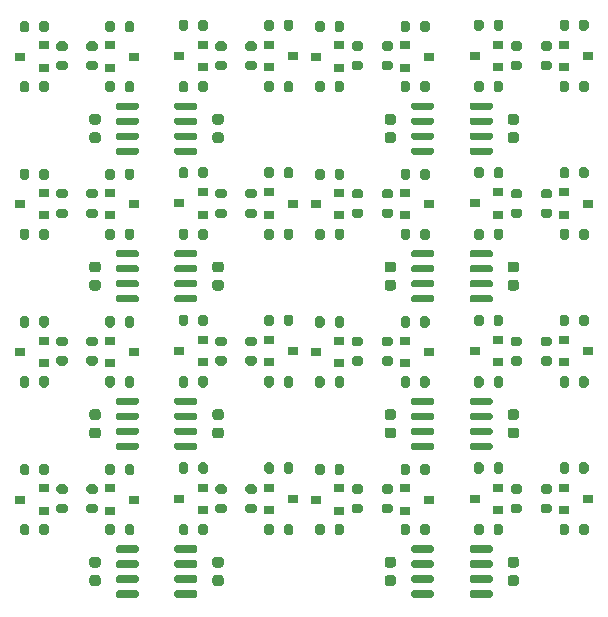
<source format=gbr>
%TF.GenerationSoftware,KiCad,Pcbnew,(5.1.10)-1*%
%TF.CreationDate,2022-01-18T10:01:53+07:00*%
%TF.ProjectId,ADuM_I2C_v3_pnlz2x4,4144754d-5f49-4324-935f-76335f706e6c,rev?*%
%TF.SameCoordinates,Original*%
%TF.FileFunction,Paste,Top*%
%TF.FilePolarity,Positive*%
%FSLAX46Y46*%
G04 Gerber Fmt 4.6, Leading zero omitted, Abs format (unit mm)*
G04 Created by KiCad (PCBNEW (5.1.10)-1) date 2022-01-18 10:01:53*
%MOMM*%
%LPD*%
G01*
G04 APERTURE LIST*
%ADD10R,0.900000X0.800000*%
G04 APERTURE END LIST*
%TO.C,C3*%
G36*
G01*
X92457000Y-96791000D02*
X91957000Y-96791000D01*
G75*
G02*
X91732000Y-96566000I0J225000D01*
G01*
X91732000Y-96116000D01*
G75*
G02*
X91957000Y-95891000I225000J0D01*
G01*
X92457000Y-95891000D01*
G75*
G02*
X92682000Y-96116000I0J-225000D01*
G01*
X92682000Y-96566000D01*
G75*
G02*
X92457000Y-96791000I-225000J0D01*
G01*
G37*
G36*
G01*
X92457000Y-95241000D02*
X91957000Y-95241000D01*
G75*
G02*
X91732000Y-95016000I0J225000D01*
G01*
X91732000Y-94566000D01*
G75*
G02*
X91957000Y-94341000I225000J0D01*
G01*
X92457000Y-94341000D01*
G75*
G02*
X92682000Y-94566000I0J-225000D01*
G01*
X92682000Y-95016000D01*
G75*
G02*
X92457000Y-95241000I-225000J0D01*
G01*
G37*
%TD*%
%TO.C,C3*%
G36*
G01*
X67457000Y-96791000D02*
X66957000Y-96791000D01*
G75*
G02*
X66732000Y-96566000I0J225000D01*
G01*
X66732000Y-96116000D01*
G75*
G02*
X66957000Y-95891000I225000J0D01*
G01*
X67457000Y-95891000D01*
G75*
G02*
X67682000Y-96116000I0J-225000D01*
G01*
X67682000Y-96566000D01*
G75*
G02*
X67457000Y-96791000I-225000J0D01*
G01*
G37*
G36*
G01*
X67457000Y-95241000D02*
X66957000Y-95241000D01*
G75*
G02*
X66732000Y-95016000I0J225000D01*
G01*
X66732000Y-94566000D01*
G75*
G02*
X66957000Y-94341000I225000J0D01*
G01*
X67457000Y-94341000D01*
G75*
G02*
X67682000Y-94566000I0J-225000D01*
G01*
X67682000Y-95016000D01*
G75*
G02*
X67457000Y-95241000I-225000J0D01*
G01*
G37*
%TD*%
%TO.C,C3*%
G36*
G01*
X92457000Y-84291000D02*
X91957000Y-84291000D01*
G75*
G02*
X91732000Y-84066000I0J225000D01*
G01*
X91732000Y-83616000D01*
G75*
G02*
X91957000Y-83391000I225000J0D01*
G01*
X92457000Y-83391000D01*
G75*
G02*
X92682000Y-83616000I0J-225000D01*
G01*
X92682000Y-84066000D01*
G75*
G02*
X92457000Y-84291000I-225000J0D01*
G01*
G37*
G36*
G01*
X92457000Y-82741000D02*
X91957000Y-82741000D01*
G75*
G02*
X91732000Y-82516000I0J225000D01*
G01*
X91732000Y-82066000D01*
G75*
G02*
X91957000Y-81841000I225000J0D01*
G01*
X92457000Y-81841000D01*
G75*
G02*
X92682000Y-82066000I0J-225000D01*
G01*
X92682000Y-82516000D01*
G75*
G02*
X92457000Y-82741000I-225000J0D01*
G01*
G37*
%TD*%
%TO.C,C3*%
G36*
G01*
X67457000Y-84291000D02*
X66957000Y-84291000D01*
G75*
G02*
X66732000Y-84066000I0J225000D01*
G01*
X66732000Y-83616000D01*
G75*
G02*
X66957000Y-83391000I225000J0D01*
G01*
X67457000Y-83391000D01*
G75*
G02*
X67682000Y-83616000I0J-225000D01*
G01*
X67682000Y-84066000D01*
G75*
G02*
X67457000Y-84291000I-225000J0D01*
G01*
G37*
G36*
G01*
X67457000Y-82741000D02*
X66957000Y-82741000D01*
G75*
G02*
X66732000Y-82516000I0J225000D01*
G01*
X66732000Y-82066000D01*
G75*
G02*
X66957000Y-81841000I225000J0D01*
G01*
X67457000Y-81841000D01*
G75*
G02*
X67682000Y-82066000I0J-225000D01*
G01*
X67682000Y-82516000D01*
G75*
G02*
X67457000Y-82741000I-225000J0D01*
G01*
G37*
%TD*%
%TO.C,C3*%
G36*
G01*
X92457000Y-71791000D02*
X91957000Y-71791000D01*
G75*
G02*
X91732000Y-71566000I0J225000D01*
G01*
X91732000Y-71116000D01*
G75*
G02*
X91957000Y-70891000I225000J0D01*
G01*
X92457000Y-70891000D01*
G75*
G02*
X92682000Y-71116000I0J-225000D01*
G01*
X92682000Y-71566000D01*
G75*
G02*
X92457000Y-71791000I-225000J0D01*
G01*
G37*
G36*
G01*
X92457000Y-70241000D02*
X91957000Y-70241000D01*
G75*
G02*
X91732000Y-70016000I0J225000D01*
G01*
X91732000Y-69566000D01*
G75*
G02*
X91957000Y-69341000I225000J0D01*
G01*
X92457000Y-69341000D01*
G75*
G02*
X92682000Y-69566000I0J-225000D01*
G01*
X92682000Y-70016000D01*
G75*
G02*
X92457000Y-70241000I-225000J0D01*
G01*
G37*
%TD*%
%TO.C,C3*%
G36*
G01*
X67457000Y-71791000D02*
X66957000Y-71791000D01*
G75*
G02*
X66732000Y-71566000I0J225000D01*
G01*
X66732000Y-71116000D01*
G75*
G02*
X66957000Y-70891000I225000J0D01*
G01*
X67457000Y-70891000D01*
G75*
G02*
X67682000Y-71116000I0J-225000D01*
G01*
X67682000Y-71566000D01*
G75*
G02*
X67457000Y-71791000I-225000J0D01*
G01*
G37*
G36*
G01*
X67457000Y-70241000D02*
X66957000Y-70241000D01*
G75*
G02*
X66732000Y-70016000I0J225000D01*
G01*
X66732000Y-69566000D01*
G75*
G02*
X66957000Y-69341000I225000J0D01*
G01*
X67457000Y-69341000D01*
G75*
G02*
X67682000Y-69566000I0J-225000D01*
G01*
X67682000Y-70016000D01*
G75*
G02*
X67457000Y-70241000I-225000J0D01*
G01*
G37*
%TD*%
%TO.C,C3*%
G36*
G01*
X92457000Y-59291000D02*
X91957000Y-59291000D01*
G75*
G02*
X91732000Y-59066000I0J225000D01*
G01*
X91732000Y-58616000D01*
G75*
G02*
X91957000Y-58391000I225000J0D01*
G01*
X92457000Y-58391000D01*
G75*
G02*
X92682000Y-58616000I0J-225000D01*
G01*
X92682000Y-59066000D01*
G75*
G02*
X92457000Y-59291000I-225000J0D01*
G01*
G37*
G36*
G01*
X92457000Y-57741000D02*
X91957000Y-57741000D01*
G75*
G02*
X91732000Y-57516000I0J225000D01*
G01*
X91732000Y-57066000D01*
G75*
G02*
X91957000Y-56841000I225000J0D01*
G01*
X92457000Y-56841000D01*
G75*
G02*
X92682000Y-57066000I0J-225000D01*
G01*
X92682000Y-57516000D01*
G75*
G02*
X92457000Y-57741000I-225000J0D01*
G01*
G37*
%TD*%
%TO.C,C5*%
G36*
G01*
X82043000Y-96791000D02*
X81543000Y-96791000D01*
G75*
G02*
X81318000Y-96566000I0J225000D01*
G01*
X81318000Y-96116000D01*
G75*
G02*
X81543000Y-95891000I225000J0D01*
G01*
X82043000Y-95891000D01*
G75*
G02*
X82268000Y-96116000I0J-225000D01*
G01*
X82268000Y-96566000D01*
G75*
G02*
X82043000Y-96791000I-225000J0D01*
G01*
G37*
G36*
G01*
X82043000Y-95241000D02*
X81543000Y-95241000D01*
G75*
G02*
X81318000Y-95016000I0J225000D01*
G01*
X81318000Y-94566000D01*
G75*
G02*
X81543000Y-94341000I225000J0D01*
G01*
X82043000Y-94341000D01*
G75*
G02*
X82268000Y-94566000I0J-225000D01*
G01*
X82268000Y-95016000D01*
G75*
G02*
X82043000Y-95241000I-225000J0D01*
G01*
G37*
%TD*%
%TO.C,C5*%
G36*
G01*
X57043000Y-96791000D02*
X56543000Y-96791000D01*
G75*
G02*
X56318000Y-96566000I0J225000D01*
G01*
X56318000Y-96116000D01*
G75*
G02*
X56543000Y-95891000I225000J0D01*
G01*
X57043000Y-95891000D01*
G75*
G02*
X57268000Y-96116000I0J-225000D01*
G01*
X57268000Y-96566000D01*
G75*
G02*
X57043000Y-96791000I-225000J0D01*
G01*
G37*
G36*
G01*
X57043000Y-95241000D02*
X56543000Y-95241000D01*
G75*
G02*
X56318000Y-95016000I0J225000D01*
G01*
X56318000Y-94566000D01*
G75*
G02*
X56543000Y-94341000I225000J0D01*
G01*
X57043000Y-94341000D01*
G75*
G02*
X57268000Y-94566000I0J-225000D01*
G01*
X57268000Y-95016000D01*
G75*
G02*
X57043000Y-95241000I-225000J0D01*
G01*
G37*
%TD*%
%TO.C,C5*%
G36*
G01*
X82043000Y-84291000D02*
X81543000Y-84291000D01*
G75*
G02*
X81318000Y-84066000I0J225000D01*
G01*
X81318000Y-83616000D01*
G75*
G02*
X81543000Y-83391000I225000J0D01*
G01*
X82043000Y-83391000D01*
G75*
G02*
X82268000Y-83616000I0J-225000D01*
G01*
X82268000Y-84066000D01*
G75*
G02*
X82043000Y-84291000I-225000J0D01*
G01*
G37*
G36*
G01*
X82043000Y-82741000D02*
X81543000Y-82741000D01*
G75*
G02*
X81318000Y-82516000I0J225000D01*
G01*
X81318000Y-82066000D01*
G75*
G02*
X81543000Y-81841000I225000J0D01*
G01*
X82043000Y-81841000D01*
G75*
G02*
X82268000Y-82066000I0J-225000D01*
G01*
X82268000Y-82516000D01*
G75*
G02*
X82043000Y-82741000I-225000J0D01*
G01*
G37*
%TD*%
%TO.C,C5*%
G36*
G01*
X57043000Y-84291000D02*
X56543000Y-84291000D01*
G75*
G02*
X56318000Y-84066000I0J225000D01*
G01*
X56318000Y-83616000D01*
G75*
G02*
X56543000Y-83391000I225000J0D01*
G01*
X57043000Y-83391000D01*
G75*
G02*
X57268000Y-83616000I0J-225000D01*
G01*
X57268000Y-84066000D01*
G75*
G02*
X57043000Y-84291000I-225000J0D01*
G01*
G37*
G36*
G01*
X57043000Y-82741000D02*
X56543000Y-82741000D01*
G75*
G02*
X56318000Y-82516000I0J225000D01*
G01*
X56318000Y-82066000D01*
G75*
G02*
X56543000Y-81841000I225000J0D01*
G01*
X57043000Y-81841000D01*
G75*
G02*
X57268000Y-82066000I0J-225000D01*
G01*
X57268000Y-82516000D01*
G75*
G02*
X57043000Y-82741000I-225000J0D01*
G01*
G37*
%TD*%
%TO.C,C5*%
G36*
G01*
X82043000Y-71791000D02*
X81543000Y-71791000D01*
G75*
G02*
X81318000Y-71566000I0J225000D01*
G01*
X81318000Y-71116000D01*
G75*
G02*
X81543000Y-70891000I225000J0D01*
G01*
X82043000Y-70891000D01*
G75*
G02*
X82268000Y-71116000I0J-225000D01*
G01*
X82268000Y-71566000D01*
G75*
G02*
X82043000Y-71791000I-225000J0D01*
G01*
G37*
G36*
G01*
X82043000Y-70241000D02*
X81543000Y-70241000D01*
G75*
G02*
X81318000Y-70016000I0J225000D01*
G01*
X81318000Y-69566000D01*
G75*
G02*
X81543000Y-69341000I225000J0D01*
G01*
X82043000Y-69341000D01*
G75*
G02*
X82268000Y-69566000I0J-225000D01*
G01*
X82268000Y-70016000D01*
G75*
G02*
X82043000Y-70241000I-225000J0D01*
G01*
G37*
%TD*%
%TO.C,C5*%
G36*
G01*
X57043000Y-71791000D02*
X56543000Y-71791000D01*
G75*
G02*
X56318000Y-71566000I0J225000D01*
G01*
X56318000Y-71116000D01*
G75*
G02*
X56543000Y-70891000I225000J0D01*
G01*
X57043000Y-70891000D01*
G75*
G02*
X57268000Y-71116000I0J-225000D01*
G01*
X57268000Y-71566000D01*
G75*
G02*
X57043000Y-71791000I-225000J0D01*
G01*
G37*
G36*
G01*
X57043000Y-70241000D02*
X56543000Y-70241000D01*
G75*
G02*
X56318000Y-70016000I0J225000D01*
G01*
X56318000Y-69566000D01*
G75*
G02*
X56543000Y-69341000I225000J0D01*
G01*
X57043000Y-69341000D01*
G75*
G02*
X57268000Y-69566000I0J-225000D01*
G01*
X57268000Y-70016000D01*
G75*
G02*
X57043000Y-70241000I-225000J0D01*
G01*
G37*
%TD*%
%TO.C,C5*%
G36*
G01*
X82043000Y-59291000D02*
X81543000Y-59291000D01*
G75*
G02*
X81318000Y-59066000I0J225000D01*
G01*
X81318000Y-58616000D01*
G75*
G02*
X81543000Y-58391000I225000J0D01*
G01*
X82043000Y-58391000D01*
G75*
G02*
X82268000Y-58616000I0J-225000D01*
G01*
X82268000Y-59066000D01*
G75*
G02*
X82043000Y-59291000I-225000J0D01*
G01*
G37*
G36*
G01*
X82043000Y-57741000D02*
X81543000Y-57741000D01*
G75*
G02*
X81318000Y-57516000I0J225000D01*
G01*
X81318000Y-57066000D01*
G75*
G02*
X81543000Y-56841000I225000J0D01*
G01*
X82043000Y-56841000D01*
G75*
G02*
X82268000Y-57066000I0J-225000D01*
G01*
X82268000Y-57516000D01*
G75*
G02*
X82043000Y-57741000I-225000J0D01*
G01*
G37*
%TD*%
D10*
%TO.C,Q2*%
X90937000Y-90367000D03*
X90937000Y-88467000D03*
X88937000Y-89417000D03*
%TD*%
%TO.C,Q2*%
X65937000Y-90367000D03*
X65937000Y-88467000D03*
X63937000Y-89417000D03*
%TD*%
%TO.C,Q2*%
X90937000Y-77867000D03*
X90937000Y-75967000D03*
X88937000Y-76917000D03*
%TD*%
%TO.C,Q2*%
X65937000Y-77867000D03*
X65937000Y-75967000D03*
X63937000Y-76917000D03*
%TD*%
%TO.C,Q2*%
X90937000Y-65367000D03*
X90937000Y-63467000D03*
X88937000Y-64417000D03*
%TD*%
%TO.C,Q2*%
X65937000Y-65367000D03*
X65937000Y-63467000D03*
X63937000Y-64417000D03*
%TD*%
%TO.C,Q2*%
X90937000Y-52867000D03*
X90937000Y-50967000D03*
X88937000Y-51917000D03*
%TD*%
%TO.C,Q3*%
X96525000Y-88472000D03*
X96525000Y-90372000D03*
X98525000Y-89422000D03*
%TD*%
%TO.C,Q3*%
X71525000Y-88472000D03*
X71525000Y-90372000D03*
X73525000Y-89422000D03*
%TD*%
%TO.C,Q3*%
X96525000Y-75972000D03*
X96525000Y-77872000D03*
X98525000Y-76922000D03*
%TD*%
%TO.C,Q3*%
X71525000Y-75972000D03*
X71525000Y-77872000D03*
X73525000Y-76922000D03*
%TD*%
%TO.C,Q3*%
X96525000Y-63472000D03*
X96525000Y-65372000D03*
X98525000Y-64422000D03*
%TD*%
%TO.C,Q3*%
X71525000Y-63472000D03*
X71525000Y-65372000D03*
X73525000Y-64422000D03*
%TD*%
%TO.C,Q3*%
X96525000Y-50972000D03*
X96525000Y-52872000D03*
X98525000Y-51922000D03*
%TD*%
%TO.C,Q5*%
X83063000Y-88533000D03*
X83063000Y-90433000D03*
X85063000Y-89483000D03*
%TD*%
%TO.C,Q5*%
X58063000Y-88533000D03*
X58063000Y-90433000D03*
X60063000Y-89483000D03*
%TD*%
%TO.C,Q5*%
X83063000Y-76033000D03*
X83063000Y-77933000D03*
X85063000Y-76983000D03*
%TD*%
%TO.C,Q5*%
X58063000Y-76033000D03*
X58063000Y-77933000D03*
X60063000Y-76983000D03*
%TD*%
%TO.C,Q5*%
X83063000Y-63533000D03*
X83063000Y-65433000D03*
X85063000Y-64483000D03*
%TD*%
%TO.C,Q5*%
X58063000Y-63533000D03*
X58063000Y-65433000D03*
X60063000Y-64483000D03*
%TD*%
%TO.C,Q5*%
X83063000Y-51033000D03*
X83063000Y-52933000D03*
X85063000Y-51983000D03*
%TD*%
%TO.C,Q7*%
X75475000Y-89483000D03*
X77475000Y-88533000D03*
X77475000Y-90433000D03*
%TD*%
%TO.C,Q7*%
X50475000Y-89483000D03*
X52475000Y-88533000D03*
X52475000Y-90433000D03*
%TD*%
%TO.C,Q7*%
X75475000Y-76983000D03*
X77475000Y-76033000D03*
X77475000Y-77933000D03*
%TD*%
%TO.C,Q7*%
X50475000Y-76983000D03*
X52475000Y-76033000D03*
X52475000Y-77933000D03*
%TD*%
%TO.C,Q7*%
X75475000Y-64483000D03*
X77475000Y-63533000D03*
X77475000Y-65433000D03*
%TD*%
%TO.C,Q7*%
X50475000Y-64483000D03*
X52475000Y-63533000D03*
X52475000Y-65433000D03*
%TD*%
%TO.C,Q7*%
X75475000Y-51983000D03*
X77475000Y-51033000D03*
X77475000Y-52933000D03*
%TD*%
%TO.C,R2*%
G36*
G01*
X88887000Y-92298000D02*
X88887000Y-91748000D01*
G75*
G02*
X89087000Y-91548000I200000J0D01*
G01*
X89487000Y-91548000D01*
G75*
G02*
X89687000Y-91748000I0J-200000D01*
G01*
X89687000Y-92298000D01*
G75*
G02*
X89487000Y-92498000I-200000J0D01*
G01*
X89087000Y-92498000D01*
G75*
G02*
X88887000Y-92298000I0J200000D01*
G01*
G37*
G36*
G01*
X90537000Y-92298000D02*
X90537000Y-91748000D01*
G75*
G02*
X90737000Y-91548000I200000J0D01*
G01*
X91137000Y-91548000D01*
G75*
G02*
X91337000Y-91748000I0J-200000D01*
G01*
X91337000Y-92298000D01*
G75*
G02*
X91137000Y-92498000I-200000J0D01*
G01*
X90737000Y-92498000D01*
G75*
G02*
X90537000Y-92298000I0J200000D01*
G01*
G37*
%TD*%
%TO.C,R2*%
G36*
G01*
X63887000Y-92298000D02*
X63887000Y-91748000D01*
G75*
G02*
X64087000Y-91548000I200000J0D01*
G01*
X64487000Y-91548000D01*
G75*
G02*
X64687000Y-91748000I0J-200000D01*
G01*
X64687000Y-92298000D01*
G75*
G02*
X64487000Y-92498000I-200000J0D01*
G01*
X64087000Y-92498000D01*
G75*
G02*
X63887000Y-92298000I0J200000D01*
G01*
G37*
G36*
G01*
X65537000Y-92298000D02*
X65537000Y-91748000D01*
G75*
G02*
X65737000Y-91548000I200000J0D01*
G01*
X66137000Y-91548000D01*
G75*
G02*
X66337000Y-91748000I0J-200000D01*
G01*
X66337000Y-92298000D01*
G75*
G02*
X66137000Y-92498000I-200000J0D01*
G01*
X65737000Y-92498000D01*
G75*
G02*
X65537000Y-92298000I0J200000D01*
G01*
G37*
%TD*%
%TO.C,R2*%
G36*
G01*
X88887000Y-79798000D02*
X88887000Y-79248000D01*
G75*
G02*
X89087000Y-79048000I200000J0D01*
G01*
X89487000Y-79048000D01*
G75*
G02*
X89687000Y-79248000I0J-200000D01*
G01*
X89687000Y-79798000D01*
G75*
G02*
X89487000Y-79998000I-200000J0D01*
G01*
X89087000Y-79998000D01*
G75*
G02*
X88887000Y-79798000I0J200000D01*
G01*
G37*
G36*
G01*
X90537000Y-79798000D02*
X90537000Y-79248000D01*
G75*
G02*
X90737000Y-79048000I200000J0D01*
G01*
X91137000Y-79048000D01*
G75*
G02*
X91337000Y-79248000I0J-200000D01*
G01*
X91337000Y-79798000D01*
G75*
G02*
X91137000Y-79998000I-200000J0D01*
G01*
X90737000Y-79998000D01*
G75*
G02*
X90537000Y-79798000I0J200000D01*
G01*
G37*
%TD*%
%TO.C,R2*%
G36*
G01*
X63887000Y-79798000D02*
X63887000Y-79248000D01*
G75*
G02*
X64087000Y-79048000I200000J0D01*
G01*
X64487000Y-79048000D01*
G75*
G02*
X64687000Y-79248000I0J-200000D01*
G01*
X64687000Y-79798000D01*
G75*
G02*
X64487000Y-79998000I-200000J0D01*
G01*
X64087000Y-79998000D01*
G75*
G02*
X63887000Y-79798000I0J200000D01*
G01*
G37*
G36*
G01*
X65537000Y-79798000D02*
X65537000Y-79248000D01*
G75*
G02*
X65737000Y-79048000I200000J0D01*
G01*
X66137000Y-79048000D01*
G75*
G02*
X66337000Y-79248000I0J-200000D01*
G01*
X66337000Y-79798000D01*
G75*
G02*
X66137000Y-79998000I-200000J0D01*
G01*
X65737000Y-79998000D01*
G75*
G02*
X65537000Y-79798000I0J200000D01*
G01*
G37*
%TD*%
%TO.C,R2*%
G36*
G01*
X88887000Y-67298000D02*
X88887000Y-66748000D01*
G75*
G02*
X89087000Y-66548000I200000J0D01*
G01*
X89487000Y-66548000D01*
G75*
G02*
X89687000Y-66748000I0J-200000D01*
G01*
X89687000Y-67298000D01*
G75*
G02*
X89487000Y-67498000I-200000J0D01*
G01*
X89087000Y-67498000D01*
G75*
G02*
X88887000Y-67298000I0J200000D01*
G01*
G37*
G36*
G01*
X90537000Y-67298000D02*
X90537000Y-66748000D01*
G75*
G02*
X90737000Y-66548000I200000J0D01*
G01*
X91137000Y-66548000D01*
G75*
G02*
X91337000Y-66748000I0J-200000D01*
G01*
X91337000Y-67298000D01*
G75*
G02*
X91137000Y-67498000I-200000J0D01*
G01*
X90737000Y-67498000D01*
G75*
G02*
X90537000Y-67298000I0J200000D01*
G01*
G37*
%TD*%
%TO.C,R2*%
G36*
G01*
X63887000Y-67298000D02*
X63887000Y-66748000D01*
G75*
G02*
X64087000Y-66548000I200000J0D01*
G01*
X64487000Y-66548000D01*
G75*
G02*
X64687000Y-66748000I0J-200000D01*
G01*
X64687000Y-67298000D01*
G75*
G02*
X64487000Y-67498000I-200000J0D01*
G01*
X64087000Y-67498000D01*
G75*
G02*
X63887000Y-67298000I0J200000D01*
G01*
G37*
G36*
G01*
X65537000Y-67298000D02*
X65537000Y-66748000D01*
G75*
G02*
X65737000Y-66548000I200000J0D01*
G01*
X66137000Y-66548000D01*
G75*
G02*
X66337000Y-66748000I0J-200000D01*
G01*
X66337000Y-67298000D01*
G75*
G02*
X66137000Y-67498000I-200000J0D01*
G01*
X65737000Y-67498000D01*
G75*
G02*
X65537000Y-67298000I0J200000D01*
G01*
G37*
%TD*%
%TO.C,R2*%
G36*
G01*
X88887000Y-54798000D02*
X88887000Y-54248000D01*
G75*
G02*
X89087000Y-54048000I200000J0D01*
G01*
X89487000Y-54048000D01*
G75*
G02*
X89687000Y-54248000I0J-200000D01*
G01*
X89687000Y-54798000D01*
G75*
G02*
X89487000Y-54998000I-200000J0D01*
G01*
X89087000Y-54998000D01*
G75*
G02*
X88887000Y-54798000I0J200000D01*
G01*
G37*
G36*
G01*
X90537000Y-54798000D02*
X90537000Y-54248000D01*
G75*
G02*
X90737000Y-54048000I200000J0D01*
G01*
X91137000Y-54048000D01*
G75*
G02*
X91337000Y-54248000I0J-200000D01*
G01*
X91337000Y-54798000D01*
G75*
G02*
X91137000Y-54998000I-200000J0D01*
G01*
X90737000Y-54998000D01*
G75*
G02*
X90537000Y-54798000I0J200000D01*
G01*
G37*
%TD*%
%TO.C,R3*%
G36*
G01*
X98575000Y-86541000D02*
X98575000Y-87091000D01*
G75*
G02*
X98375000Y-87291000I-200000J0D01*
G01*
X97975000Y-87291000D01*
G75*
G02*
X97775000Y-87091000I0J200000D01*
G01*
X97775000Y-86541000D01*
G75*
G02*
X97975000Y-86341000I200000J0D01*
G01*
X98375000Y-86341000D01*
G75*
G02*
X98575000Y-86541000I0J-200000D01*
G01*
G37*
G36*
G01*
X96925000Y-86541000D02*
X96925000Y-87091000D01*
G75*
G02*
X96725000Y-87291000I-200000J0D01*
G01*
X96325000Y-87291000D01*
G75*
G02*
X96125000Y-87091000I0J200000D01*
G01*
X96125000Y-86541000D01*
G75*
G02*
X96325000Y-86341000I200000J0D01*
G01*
X96725000Y-86341000D01*
G75*
G02*
X96925000Y-86541000I0J-200000D01*
G01*
G37*
%TD*%
%TO.C,R3*%
G36*
G01*
X73575000Y-86541000D02*
X73575000Y-87091000D01*
G75*
G02*
X73375000Y-87291000I-200000J0D01*
G01*
X72975000Y-87291000D01*
G75*
G02*
X72775000Y-87091000I0J200000D01*
G01*
X72775000Y-86541000D01*
G75*
G02*
X72975000Y-86341000I200000J0D01*
G01*
X73375000Y-86341000D01*
G75*
G02*
X73575000Y-86541000I0J-200000D01*
G01*
G37*
G36*
G01*
X71925000Y-86541000D02*
X71925000Y-87091000D01*
G75*
G02*
X71725000Y-87291000I-200000J0D01*
G01*
X71325000Y-87291000D01*
G75*
G02*
X71125000Y-87091000I0J200000D01*
G01*
X71125000Y-86541000D01*
G75*
G02*
X71325000Y-86341000I200000J0D01*
G01*
X71725000Y-86341000D01*
G75*
G02*
X71925000Y-86541000I0J-200000D01*
G01*
G37*
%TD*%
%TO.C,R3*%
G36*
G01*
X98575000Y-74041000D02*
X98575000Y-74591000D01*
G75*
G02*
X98375000Y-74791000I-200000J0D01*
G01*
X97975000Y-74791000D01*
G75*
G02*
X97775000Y-74591000I0J200000D01*
G01*
X97775000Y-74041000D01*
G75*
G02*
X97975000Y-73841000I200000J0D01*
G01*
X98375000Y-73841000D01*
G75*
G02*
X98575000Y-74041000I0J-200000D01*
G01*
G37*
G36*
G01*
X96925000Y-74041000D02*
X96925000Y-74591000D01*
G75*
G02*
X96725000Y-74791000I-200000J0D01*
G01*
X96325000Y-74791000D01*
G75*
G02*
X96125000Y-74591000I0J200000D01*
G01*
X96125000Y-74041000D01*
G75*
G02*
X96325000Y-73841000I200000J0D01*
G01*
X96725000Y-73841000D01*
G75*
G02*
X96925000Y-74041000I0J-200000D01*
G01*
G37*
%TD*%
%TO.C,R3*%
G36*
G01*
X73575000Y-74041000D02*
X73575000Y-74591000D01*
G75*
G02*
X73375000Y-74791000I-200000J0D01*
G01*
X72975000Y-74791000D01*
G75*
G02*
X72775000Y-74591000I0J200000D01*
G01*
X72775000Y-74041000D01*
G75*
G02*
X72975000Y-73841000I200000J0D01*
G01*
X73375000Y-73841000D01*
G75*
G02*
X73575000Y-74041000I0J-200000D01*
G01*
G37*
G36*
G01*
X71925000Y-74041000D02*
X71925000Y-74591000D01*
G75*
G02*
X71725000Y-74791000I-200000J0D01*
G01*
X71325000Y-74791000D01*
G75*
G02*
X71125000Y-74591000I0J200000D01*
G01*
X71125000Y-74041000D01*
G75*
G02*
X71325000Y-73841000I200000J0D01*
G01*
X71725000Y-73841000D01*
G75*
G02*
X71925000Y-74041000I0J-200000D01*
G01*
G37*
%TD*%
%TO.C,R3*%
G36*
G01*
X98575000Y-61541000D02*
X98575000Y-62091000D01*
G75*
G02*
X98375000Y-62291000I-200000J0D01*
G01*
X97975000Y-62291000D01*
G75*
G02*
X97775000Y-62091000I0J200000D01*
G01*
X97775000Y-61541000D01*
G75*
G02*
X97975000Y-61341000I200000J0D01*
G01*
X98375000Y-61341000D01*
G75*
G02*
X98575000Y-61541000I0J-200000D01*
G01*
G37*
G36*
G01*
X96925000Y-61541000D02*
X96925000Y-62091000D01*
G75*
G02*
X96725000Y-62291000I-200000J0D01*
G01*
X96325000Y-62291000D01*
G75*
G02*
X96125000Y-62091000I0J200000D01*
G01*
X96125000Y-61541000D01*
G75*
G02*
X96325000Y-61341000I200000J0D01*
G01*
X96725000Y-61341000D01*
G75*
G02*
X96925000Y-61541000I0J-200000D01*
G01*
G37*
%TD*%
%TO.C,R3*%
G36*
G01*
X73575000Y-61541000D02*
X73575000Y-62091000D01*
G75*
G02*
X73375000Y-62291000I-200000J0D01*
G01*
X72975000Y-62291000D01*
G75*
G02*
X72775000Y-62091000I0J200000D01*
G01*
X72775000Y-61541000D01*
G75*
G02*
X72975000Y-61341000I200000J0D01*
G01*
X73375000Y-61341000D01*
G75*
G02*
X73575000Y-61541000I0J-200000D01*
G01*
G37*
G36*
G01*
X71925000Y-61541000D02*
X71925000Y-62091000D01*
G75*
G02*
X71725000Y-62291000I-200000J0D01*
G01*
X71325000Y-62291000D01*
G75*
G02*
X71125000Y-62091000I0J200000D01*
G01*
X71125000Y-61541000D01*
G75*
G02*
X71325000Y-61341000I200000J0D01*
G01*
X71725000Y-61341000D01*
G75*
G02*
X71925000Y-61541000I0J-200000D01*
G01*
G37*
%TD*%
%TO.C,R3*%
G36*
G01*
X98575000Y-49041000D02*
X98575000Y-49591000D01*
G75*
G02*
X98375000Y-49791000I-200000J0D01*
G01*
X97975000Y-49791000D01*
G75*
G02*
X97775000Y-49591000I0J200000D01*
G01*
X97775000Y-49041000D01*
G75*
G02*
X97975000Y-48841000I200000J0D01*
G01*
X98375000Y-48841000D01*
G75*
G02*
X98575000Y-49041000I0J-200000D01*
G01*
G37*
G36*
G01*
X96925000Y-49041000D02*
X96925000Y-49591000D01*
G75*
G02*
X96725000Y-49791000I-200000J0D01*
G01*
X96325000Y-49791000D01*
G75*
G02*
X96125000Y-49591000I0J200000D01*
G01*
X96125000Y-49041000D01*
G75*
G02*
X96325000Y-48841000I200000J0D01*
G01*
X96725000Y-48841000D01*
G75*
G02*
X96925000Y-49041000I0J-200000D01*
G01*
G37*
%TD*%
%TO.C,R6*%
G36*
G01*
X91337000Y-86541000D02*
X91337000Y-87091000D01*
G75*
G02*
X91137000Y-87291000I-200000J0D01*
G01*
X90737000Y-87291000D01*
G75*
G02*
X90537000Y-87091000I0J200000D01*
G01*
X90537000Y-86541000D01*
G75*
G02*
X90737000Y-86341000I200000J0D01*
G01*
X91137000Y-86341000D01*
G75*
G02*
X91337000Y-86541000I0J-200000D01*
G01*
G37*
G36*
G01*
X89687000Y-86541000D02*
X89687000Y-87091000D01*
G75*
G02*
X89487000Y-87291000I-200000J0D01*
G01*
X89087000Y-87291000D01*
G75*
G02*
X88887000Y-87091000I0J200000D01*
G01*
X88887000Y-86541000D01*
G75*
G02*
X89087000Y-86341000I200000J0D01*
G01*
X89487000Y-86341000D01*
G75*
G02*
X89687000Y-86541000I0J-200000D01*
G01*
G37*
%TD*%
%TO.C,R6*%
G36*
G01*
X66337000Y-86541000D02*
X66337000Y-87091000D01*
G75*
G02*
X66137000Y-87291000I-200000J0D01*
G01*
X65737000Y-87291000D01*
G75*
G02*
X65537000Y-87091000I0J200000D01*
G01*
X65537000Y-86541000D01*
G75*
G02*
X65737000Y-86341000I200000J0D01*
G01*
X66137000Y-86341000D01*
G75*
G02*
X66337000Y-86541000I0J-200000D01*
G01*
G37*
G36*
G01*
X64687000Y-86541000D02*
X64687000Y-87091000D01*
G75*
G02*
X64487000Y-87291000I-200000J0D01*
G01*
X64087000Y-87291000D01*
G75*
G02*
X63887000Y-87091000I0J200000D01*
G01*
X63887000Y-86541000D01*
G75*
G02*
X64087000Y-86341000I200000J0D01*
G01*
X64487000Y-86341000D01*
G75*
G02*
X64687000Y-86541000I0J-200000D01*
G01*
G37*
%TD*%
%TO.C,R6*%
G36*
G01*
X91337000Y-74041000D02*
X91337000Y-74591000D01*
G75*
G02*
X91137000Y-74791000I-200000J0D01*
G01*
X90737000Y-74791000D01*
G75*
G02*
X90537000Y-74591000I0J200000D01*
G01*
X90537000Y-74041000D01*
G75*
G02*
X90737000Y-73841000I200000J0D01*
G01*
X91137000Y-73841000D01*
G75*
G02*
X91337000Y-74041000I0J-200000D01*
G01*
G37*
G36*
G01*
X89687000Y-74041000D02*
X89687000Y-74591000D01*
G75*
G02*
X89487000Y-74791000I-200000J0D01*
G01*
X89087000Y-74791000D01*
G75*
G02*
X88887000Y-74591000I0J200000D01*
G01*
X88887000Y-74041000D01*
G75*
G02*
X89087000Y-73841000I200000J0D01*
G01*
X89487000Y-73841000D01*
G75*
G02*
X89687000Y-74041000I0J-200000D01*
G01*
G37*
%TD*%
%TO.C,R6*%
G36*
G01*
X66337000Y-74041000D02*
X66337000Y-74591000D01*
G75*
G02*
X66137000Y-74791000I-200000J0D01*
G01*
X65737000Y-74791000D01*
G75*
G02*
X65537000Y-74591000I0J200000D01*
G01*
X65537000Y-74041000D01*
G75*
G02*
X65737000Y-73841000I200000J0D01*
G01*
X66137000Y-73841000D01*
G75*
G02*
X66337000Y-74041000I0J-200000D01*
G01*
G37*
G36*
G01*
X64687000Y-74041000D02*
X64687000Y-74591000D01*
G75*
G02*
X64487000Y-74791000I-200000J0D01*
G01*
X64087000Y-74791000D01*
G75*
G02*
X63887000Y-74591000I0J200000D01*
G01*
X63887000Y-74041000D01*
G75*
G02*
X64087000Y-73841000I200000J0D01*
G01*
X64487000Y-73841000D01*
G75*
G02*
X64687000Y-74041000I0J-200000D01*
G01*
G37*
%TD*%
%TO.C,R6*%
G36*
G01*
X91337000Y-61541000D02*
X91337000Y-62091000D01*
G75*
G02*
X91137000Y-62291000I-200000J0D01*
G01*
X90737000Y-62291000D01*
G75*
G02*
X90537000Y-62091000I0J200000D01*
G01*
X90537000Y-61541000D01*
G75*
G02*
X90737000Y-61341000I200000J0D01*
G01*
X91137000Y-61341000D01*
G75*
G02*
X91337000Y-61541000I0J-200000D01*
G01*
G37*
G36*
G01*
X89687000Y-61541000D02*
X89687000Y-62091000D01*
G75*
G02*
X89487000Y-62291000I-200000J0D01*
G01*
X89087000Y-62291000D01*
G75*
G02*
X88887000Y-62091000I0J200000D01*
G01*
X88887000Y-61541000D01*
G75*
G02*
X89087000Y-61341000I200000J0D01*
G01*
X89487000Y-61341000D01*
G75*
G02*
X89687000Y-61541000I0J-200000D01*
G01*
G37*
%TD*%
%TO.C,R6*%
G36*
G01*
X66337000Y-61541000D02*
X66337000Y-62091000D01*
G75*
G02*
X66137000Y-62291000I-200000J0D01*
G01*
X65737000Y-62291000D01*
G75*
G02*
X65537000Y-62091000I0J200000D01*
G01*
X65537000Y-61541000D01*
G75*
G02*
X65737000Y-61341000I200000J0D01*
G01*
X66137000Y-61341000D01*
G75*
G02*
X66337000Y-61541000I0J-200000D01*
G01*
G37*
G36*
G01*
X64687000Y-61541000D02*
X64687000Y-62091000D01*
G75*
G02*
X64487000Y-62291000I-200000J0D01*
G01*
X64087000Y-62291000D01*
G75*
G02*
X63887000Y-62091000I0J200000D01*
G01*
X63887000Y-61541000D01*
G75*
G02*
X64087000Y-61341000I200000J0D01*
G01*
X64487000Y-61341000D01*
G75*
G02*
X64687000Y-61541000I0J-200000D01*
G01*
G37*
%TD*%
%TO.C,R6*%
G36*
G01*
X91337000Y-49041000D02*
X91337000Y-49591000D01*
G75*
G02*
X91137000Y-49791000I-200000J0D01*
G01*
X90737000Y-49791000D01*
G75*
G02*
X90537000Y-49591000I0J200000D01*
G01*
X90537000Y-49041000D01*
G75*
G02*
X90737000Y-48841000I200000J0D01*
G01*
X91137000Y-48841000D01*
G75*
G02*
X91337000Y-49041000I0J-200000D01*
G01*
G37*
G36*
G01*
X89687000Y-49041000D02*
X89687000Y-49591000D01*
G75*
G02*
X89487000Y-49791000I-200000J0D01*
G01*
X89087000Y-49791000D01*
G75*
G02*
X88887000Y-49591000I0J200000D01*
G01*
X88887000Y-49041000D01*
G75*
G02*
X89087000Y-48841000I200000J0D01*
G01*
X89487000Y-48841000D01*
G75*
G02*
X89687000Y-49041000I0J-200000D01*
G01*
G37*
%TD*%
%TO.C,R7*%
G36*
G01*
X96126000Y-92298000D02*
X96126000Y-91748000D01*
G75*
G02*
X96326000Y-91548000I200000J0D01*
G01*
X96726000Y-91548000D01*
G75*
G02*
X96926000Y-91748000I0J-200000D01*
G01*
X96926000Y-92298000D01*
G75*
G02*
X96726000Y-92498000I-200000J0D01*
G01*
X96326000Y-92498000D01*
G75*
G02*
X96126000Y-92298000I0J200000D01*
G01*
G37*
G36*
G01*
X97776000Y-92298000D02*
X97776000Y-91748000D01*
G75*
G02*
X97976000Y-91548000I200000J0D01*
G01*
X98376000Y-91548000D01*
G75*
G02*
X98576000Y-91748000I0J-200000D01*
G01*
X98576000Y-92298000D01*
G75*
G02*
X98376000Y-92498000I-200000J0D01*
G01*
X97976000Y-92498000D01*
G75*
G02*
X97776000Y-92298000I0J200000D01*
G01*
G37*
%TD*%
%TO.C,R7*%
G36*
G01*
X71126000Y-92298000D02*
X71126000Y-91748000D01*
G75*
G02*
X71326000Y-91548000I200000J0D01*
G01*
X71726000Y-91548000D01*
G75*
G02*
X71926000Y-91748000I0J-200000D01*
G01*
X71926000Y-92298000D01*
G75*
G02*
X71726000Y-92498000I-200000J0D01*
G01*
X71326000Y-92498000D01*
G75*
G02*
X71126000Y-92298000I0J200000D01*
G01*
G37*
G36*
G01*
X72776000Y-92298000D02*
X72776000Y-91748000D01*
G75*
G02*
X72976000Y-91548000I200000J0D01*
G01*
X73376000Y-91548000D01*
G75*
G02*
X73576000Y-91748000I0J-200000D01*
G01*
X73576000Y-92298000D01*
G75*
G02*
X73376000Y-92498000I-200000J0D01*
G01*
X72976000Y-92498000D01*
G75*
G02*
X72776000Y-92298000I0J200000D01*
G01*
G37*
%TD*%
%TO.C,R7*%
G36*
G01*
X96126000Y-79798000D02*
X96126000Y-79248000D01*
G75*
G02*
X96326000Y-79048000I200000J0D01*
G01*
X96726000Y-79048000D01*
G75*
G02*
X96926000Y-79248000I0J-200000D01*
G01*
X96926000Y-79798000D01*
G75*
G02*
X96726000Y-79998000I-200000J0D01*
G01*
X96326000Y-79998000D01*
G75*
G02*
X96126000Y-79798000I0J200000D01*
G01*
G37*
G36*
G01*
X97776000Y-79798000D02*
X97776000Y-79248000D01*
G75*
G02*
X97976000Y-79048000I200000J0D01*
G01*
X98376000Y-79048000D01*
G75*
G02*
X98576000Y-79248000I0J-200000D01*
G01*
X98576000Y-79798000D01*
G75*
G02*
X98376000Y-79998000I-200000J0D01*
G01*
X97976000Y-79998000D01*
G75*
G02*
X97776000Y-79798000I0J200000D01*
G01*
G37*
%TD*%
%TO.C,R7*%
G36*
G01*
X71126000Y-79798000D02*
X71126000Y-79248000D01*
G75*
G02*
X71326000Y-79048000I200000J0D01*
G01*
X71726000Y-79048000D01*
G75*
G02*
X71926000Y-79248000I0J-200000D01*
G01*
X71926000Y-79798000D01*
G75*
G02*
X71726000Y-79998000I-200000J0D01*
G01*
X71326000Y-79998000D01*
G75*
G02*
X71126000Y-79798000I0J200000D01*
G01*
G37*
G36*
G01*
X72776000Y-79798000D02*
X72776000Y-79248000D01*
G75*
G02*
X72976000Y-79048000I200000J0D01*
G01*
X73376000Y-79048000D01*
G75*
G02*
X73576000Y-79248000I0J-200000D01*
G01*
X73576000Y-79798000D01*
G75*
G02*
X73376000Y-79998000I-200000J0D01*
G01*
X72976000Y-79998000D01*
G75*
G02*
X72776000Y-79798000I0J200000D01*
G01*
G37*
%TD*%
%TO.C,R7*%
G36*
G01*
X96126000Y-67298000D02*
X96126000Y-66748000D01*
G75*
G02*
X96326000Y-66548000I200000J0D01*
G01*
X96726000Y-66548000D01*
G75*
G02*
X96926000Y-66748000I0J-200000D01*
G01*
X96926000Y-67298000D01*
G75*
G02*
X96726000Y-67498000I-200000J0D01*
G01*
X96326000Y-67498000D01*
G75*
G02*
X96126000Y-67298000I0J200000D01*
G01*
G37*
G36*
G01*
X97776000Y-67298000D02*
X97776000Y-66748000D01*
G75*
G02*
X97976000Y-66548000I200000J0D01*
G01*
X98376000Y-66548000D01*
G75*
G02*
X98576000Y-66748000I0J-200000D01*
G01*
X98576000Y-67298000D01*
G75*
G02*
X98376000Y-67498000I-200000J0D01*
G01*
X97976000Y-67498000D01*
G75*
G02*
X97776000Y-67298000I0J200000D01*
G01*
G37*
%TD*%
%TO.C,R7*%
G36*
G01*
X71126000Y-67298000D02*
X71126000Y-66748000D01*
G75*
G02*
X71326000Y-66548000I200000J0D01*
G01*
X71726000Y-66548000D01*
G75*
G02*
X71926000Y-66748000I0J-200000D01*
G01*
X71926000Y-67298000D01*
G75*
G02*
X71726000Y-67498000I-200000J0D01*
G01*
X71326000Y-67498000D01*
G75*
G02*
X71126000Y-67298000I0J200000D01*
G01*
G37*
G36*
G01*
X72776000Y-67298000D02*
X72776000Y-66748000D01*
G75*
G02*
X72976000Y-66548000I200000J0D01*
G01*
X73376000Y-66548000D01*
G75*
G02*
X73576000Y-66748000I0J-200000D01*
G01*
X73576000Y-67298000D01*
G75*
G02*
X73376000Y-67498000I-200000J0D01*
G01*
X72976000Y-67498000D01*
G75*
G02*
X72776000Y-67298000I0J200000D01*
G01*
G37*
%TD*%
%TO.C,R7*%
G36*
G01*
X96126000Y-54798000D02*
X96126000Y-54248000D01*
G75*
G02*
X96326000Y-54048000I200000J0D01*
G01*
X96726000Y-54048000D01*
G75*
G02*
X96926000Y-54248000I0J-200000D01*
G01*
X96926000Y-54798000D01*
G75*
G02*
X96726000Y-54998000I-200000J0D01*
G01*
X96326000Y-54998000D01*
G75*
G02*
X96126000Y-54798000I0J200000D01*
G01*
G37*
G36*
G01*
X97776000Y-54798000D02*
X97776000Y-54248000D01*
G75*
G02*
X97976000Y-54048000I200000J0D01*
G01*
X98376000Y-54048000D01*
G75*
G02*
X98576000Y-54248000I0J-200000D01*
G01*
X98576000Y-54798000D01*
G75*
G02*
X98376000Y-54998000I-200000J0D01*
G01*
X97976000Y-54998000D01*
G75*
G02*
X97776000Y-54798000I0J200000D01*
G01*
G37*
%TD*%
%TO.C,R10*%
G36*
G01*
X92736000Y-90645000D02*
X92186000Y-90645000D01*
G75*
G02*
X91986000Y-90445000I0J200000D01*
G01*
X91986000Y-90045000D01*
G75*
G02*
X92186000Y-89845000I200000J0D01*
G01*
X92736000Y-89845000D01*
G75*
G02*
X92936000Y-90045000I0J-200000D01*
G01*
X92936000Y-90445000D01*
G75*
G02*
X92736000Y-90645000I-200000J0D01*
G01*
G37*
G36*
G01*
X92736000Y-88995000D02*
X92186000Y-88995000D01*
G75*
G02*
X91986000Y-88795000I0J200000D01*
G01*
X91986000Y-88395000D01*
G75*
G02*
X92186000Y-88195000I200000J0D01*
G01*
X92736000Y-88195000D01*
G75*
G02*
X92936000Y-88395000I0J-200000D01*
G01*
X92936000Y-88795000D01*
G75*
G02*
X92736000Y-88995000I-200000J0D01*
G01*
G37*
%TD*%
%TO.C,R10*%
G36*
G01*
X67736000Y-90645000D02*
X67186000Y-90645000D01*
G75*
G02*
X66986000Y-90445000I0J200000D01*
G01*
X66986000Y-90045000D01*
G75*
G02*
X67186000Y-89845000I200000J0D01*
G01*
X67736000Y-89845000D01*
G75*
G02*
X67936000Y-90045000I0J-200000D01*
G01*
X67936000Y-90445000D01*
G75*
G02*
X67736000Y-90645000I-200000J0D01*
G01*
G37*
G36*
G01*
X67736000Y-88995000D02*
X67186000Y-88995000D01*
G75*
G02*
X66986000Y-88795000I0J200000D01*
G01*
X66986000Y-88395000D01*
G75*
G02*
X67186000Y-88195000I200000J0D01*
G01*
X67736000Y-88195000D01*
G75*
G02*
X67936000Y-88395000I0J-200000D01*
G01*
X67936000Y-88795000D01*
G75*
G02*
X67736000Y-88995000I-200000J0D01*
G01*
G37*
%TD*%
%TO.C,R10*%
G36*
G01*
X92736000Y-78145000D02*
X92186000Y-78145000D01*
G75*
G02*
X91986000Y-77945000I0J200000D01*
G01*
X91986000Y-77545000D01*
G75*
G02*
X92186000Y-77345000I200000J0D01*
G01*
X92736000Y-77345000D01*
G75*
G02*
X92936000Y-77545000I0J-200000D01*
G01*
X92936000Y-77945000D01*
G75*
G02*
X92736000Y-78145000I-200000J0D01*
G01*
G37*
G36*
G01*
X92736000Y-76495000D02*
X92186000Y-76495000D01*
G75*
G02*
X91986000Y-76295000I0J200000D01*
G01*
X91986000Y-75895000D01*
G75*
G02*
X92186000Y-75695000I200000J0D01*
G01*
X92736000Y-75695000D01*
G75*
G02*
X92936000Y-75895000I0J-200000D01*
G01*
X92936000Y-76295000D01*
G75*
G02*
X92736000Y-76495000I-200000J0D01*
G01*
G37*
%TD*%
%TO.C,R10*%
G36*
G01*
X67736000Y-78145000D02*
X67186000Y-78145000D01*
G75*
G02*
X66986000Y-77945000I0J200000D01*
G01*
X66986000Y-77545000D01*
G75*
G02*
X67186000Y-77345000I200000J0D01*
G01*
X67736000Y-77345000D01*
G75*
G02*
X67936000Y-77545000I0J-200000D01*
G01*
X67936000Y-77945000D01*
G75*
G02*
X67736000Y-78145000I-200000J0D01*
G01*
G37*
G36*
G01*
X67736000Y-76495000D02*
X67186000Y-76495000D01*
G75*
G02*
X66986000Y-76295000I0J200000D01*
G01*
X66986000Y-75895000D01*
G75*
G02*
X67186000Y-75695000I200000J0D01*
G01*
X67736000Y-75695000D01*
G75*
G02*
X67936000Y-75895000I0J-200000D01*
G01*
X67936000Y-76295000D01*
G75*
G02*
X67736000Y-76495000I-200000J0D01*
G01*
G37*
%TD*%
%TO.C,R10*%
G36*
G01*
X92736000Y-65645000D02*
X92186000Y-65645000D01*
G75*
G02*
X91986000Y-65445000I0J200000D01*
G01*
X91986000Y-65045000D01*
G75*
G02*
X92186000Y-64845000I200000J0D01*
G01*
X92736000Y-64845000D01*
G75*
G02*
X92936000Y-65045000I0J-200000D01*
G01*
X92936000Y-65445000D01*
G75*
G02*
X92736000Y-65645000I-200000J0D01*
G01*
G37*
G36*
G01*
X92736000Y-63995000D02*
X92186000Y-63995000D01*
G75*
G02*
X91986000Y-63795000I0J200000D01*
G01*
X91986000Y-63395000D01*
G75*
G02*
X92186000Y-63195000I200000J0D01*
G01*
X92736000Y-63195000D01*
G75*
G02*
X92936000Y-63395000I0J-200000D01*
G01*
X92936000Y-63795000D01*
G75*
G02*
X92736000Y-63995000I-200000J0D01*
G01*
G37*
%TD*%
%TO.C,R10*%
G36*
G01*
X67736000Y-65645000D02*
X67186000Y-65645000D01*
G75*
G02*
X66986000Y-65445000I0J200000D01*
G01*
X66986000Y-65045000D01*
G75*
G02*
X67186000Y-64845000I200000J0D01*
G01*
X67736000Y-64845000D01*
G75*
G02*
X67936000Y-65045000I0J-200000D01*
G01*
X67936000Y-65445000D01*
G75*
G02*
X67736000Y-65645000I-200000J0D01*
G01*
G37*
G36*
G01*
X67736000Y-63995000D02*
X67186000Y-63995000D01*
G75*
G02*
X66986000Y-63795000I0J200000D01*
G01*
X66986000Y-63395000D01*
G75*
G02*
X67186000Y-63195000I200000J0D01*
G01*
X67736000Y-63195000D01*
G75*
G02*
X67936000Y-63395000I0J-200000D01*
G01*
X67936000Y-63795000D01*
G75*
G02*
X67736000Y-63995000I-200000J0D01*
G01*
G37*
%TD*%
%TO.C,R10*%
G36*
G01*
X92736000Y-53145000D02*
X92186000Y-53145000D01*
G75*
G02*
X91986000Y-52945000I0J200000D01*
G01*
X91986000Y-52545000D01*
G75*
G02*
X92186000Y-52345000I200000J0D01*
G01*
X92736000Y-52345000D01*
G75*
G02*
X92936000Y-52545000I0J-200000D01*
G01*
X92936000Y-52945000D01*
G75*
G02*
X92736000Y-53145000I-200000J0D01*
G01*
G37*
G36*
G01*
X92736000Y-51495000D02*
X92186000Y-51495000D01*
G75*
G02*
X91986000Y-51295000I0J200000D01*
G01*
X91986000Y-50895000D01*
G75*
G02*
X92186000Y-50695000I200000J0D01*
G01*
X92736000Y-50695000D01*
G75*
G02*
X92936000Y-50895000I0J-200000D01*
G01*
X92936000Y-51295000D01*
G75*
G02*
X92736000Y-51495000I-200000J0D01*
G01*
G37*
%TD*%
%TO.C,R11*%
G36*
G01*
X94726000Y-88195000D02*
X95276000Y-88195000D01*
G75*
G02*
X95476000Y-88395000I0J-200000D01*
G01*
X95476000Y-88795000D01*
G75*
G02*
X95276000Y-88995000I-200000J0D01*
G01*
X94726000Y-88995000D01*
G75*
G02*
X94526000Y-88795000I0J200000D01*
G01*
X94526000Y-88395000D01*
G75*
G02*
X94726000Y-88195000I200000J0D01*
G01*
G37*
G36*
G01*
X94726000Y-89845000D02*
X95276000Y-89845000D01*
G75*
G02*
X95476000Y-90045000I0J-200000D01*
G01*
X95476000Y-90445000D01*
G75*
G02*
X95276000Y-90645000I-200000J0D01*
G01*
X94726000Y-90645000D01*
G75*
G02*
X94526000Y-90445000I0J200000D01*
G01*
X94526000Y-90045000D01*
G75*
G02*
X94726000Y-89845000I200000J0D01*
G01*
G37*
%TD*%
%TO.C,R11*%
G36*
G01*
X69726000Y-88195000D02*
X70276000Y-88195000D01*
G75*
G02*
X70476000Y-88395000I0J-200000D01*
G01*
X70476000Y-88795000D01*
G75*
G02*
X70276000Y-88995000I-200000J0D01*
G01*
X69726000Y-88995000D01*
G75*
G02*
X69526000Y-88795000I0J200000D01*
G01*
X69526000Y-88395000D01*
G75*
G02*
X69726000Y-88195000I200000J0D01*
G01*
G37*
G36*
G01*
X69726000Y-89845000D02*
X70276000Y-89845000D01*
G75*
G02*
X70476000Y-90045000I0J-200000D01*
G01*
X70476000Y-90445000D01*
G75*
G02*
X70276000Y-90645000I-200000J0D01*
G01*
X69726000Y-90645000D01*
G75*
G02*
X69526000Y-90445000I0J200000D01*
G01*
X69526000Y-90045000D01*
G75*
G02*
X69726000Y-89845000I200000J0D01*
G01*
G37*
%TD*%
%TO.C,R11*%
G36*
G01*
X94726000Y-75695000D02*
X95276000Y-75695000D01*
G75*
G02*
X95476000Y-75895000I0J-200000D01*
G01*
X95476000Y-76295000D01*
G75*
G02*
X95276000Y-76495000I-200000J0D01*
G01*
X94726000Y-76495000D01*
G75*
G02*
X94526000Y-76295000I0J200000D01*
G01*
X94526000Y-75895000D01*
G75*
G02*
X94726000Y-75695000I200000J0D01*
G01*
G37*
G36*
G01*
X94726000Y-77345000D02*
X95276000Y-77345000D01*
G75*
G02*
X95476000Y-77545000I0J-200000D01*
G01*
X95476000Y-77945000D01*
G75*
G02*
X95276000Y-78145000I-200000J0D01*
G01*
X94726000Y-78145000D01*
G75*
G02*
X94526000Y-77945000I0J200000D01*
G01*
X94526000Y-77545000D01*
G75*
G02*
X94726000Y-77345000I200000J0D01*
G01*
G37*
%TD*%
%TO.C,R11*%
G36*
G01*
X69726000Y-75695000D02*
X70276000Y-75695000D01*
G75*
G02*
X70476000Y-75895000I0J-200000D01*
G01*
X70476000Y-76295000D01*
G75*
G02*
X70276000Y-76495000I-200000J0D01*
G01*
X69726000Y-76495000D01*
G75*
G02*
X69526000Y-76295000I0J200000D01*
G01*
X69526000Y-75895000D01*
G75*
G02*
X69726000Y-75695000I200000J0D01*
G01*
G37*
G36*
G01*
X69726000Y-77345000D02*
X70276000Y-77345000D01*
G75*
G02*
X70476000Y-77545000I0J-200000D01*
G01*
X70476000Y-77945000D01*
G75*
G02*
X70276000Y-78145000I-200000J0D01*
G01*
X69726000Y-78145000D01*
G75*
G02*
X69526000Y-77945000I0J200000D01*
G01*
X69526000Y-77545000D01*
G75*
G02*
X69726000Y-77345000I200000J0D01*
G01*
G37*
%TD*%
%TO.C,R11*%
G36*
G01*
X94726000Y-63195000D02*
X95276000Y-63195000D01*
G75*
G02*
X95476000Y-63395000I0J-200000D01*
G01*
X95476000Y-63795000D01*
G75*
G02*
X95276000Y-63995000I-200000J0D01*
G01*
X94726000Y-63995000D01*
G75*
G02*
X94526000Y-63795000I0J200000D01*
G01*
X94526000Y-63395000D01*
G75*
G02*
X94726000Y-63195000I200000J0D01*
G01*
G37*
G36*
G01*
X94726000Y-64845000D02*
X95276000Y-64845000D01*
G75*
G02*
X95476000Y-65045000I0J-200000D01*
G01*
X95476000Y-65445000D01*
G75*
G02*
X95276000Y-65645000I-200000J0D01*
G01*
X94726000Y-65645000D01*
G75*
G02*
X94526000Y-65445000I0J200000D01*
G01*
X94526000Y-65045000D01*
G75*
G02*
X94726000Y-64845000I200000J0D01*
G01*
G37*
%TD*%
%TO.C,R11*%
G36*
G01*
X69726000Y-63195000D02*
X70276000Y-63195000D01*
G75*
G02*
X70476000Y-63395000I0J-200000D01*
G01*
X70476000Y-63795000D01*
G75*
G02*
X70276000Y-63995000I-200000J0D01*
G01*
X69726000Y-63995000D01*
G75*
G02*
X69526000Y-63795000I0J200000D01*
G01*
X69526000Y-63395000D01*
G75*
G02*
X69726000Y-63195000I200000J0D01*
G01*
G37*
G36*
G01*
X69726000Y-64845000D02*
X70276000Y-64845000D01*
G75*
G02*
X70476000Y-65045000I0J-200000D01*
G01*
X70476000Y-65445000D01*
G75*
G02*
X70276000Y-65645000I-200000J0D01*
G01*
X69726000Y-65645000D01*
G75*
G02*
X69526000Y-65445000I0J200000D01*
G01*
X69526000Y-65045000D01*
G75*
G02*
X69726000Y-64845000I200000J0D01*
G01*
G37*
%TD*%
%TO.C,R11*%
G36*
G01*
X94726000Y-50695000D02*
X95276000Y-50695000D01*
G75*
G02*
X95476000Y-50895000I0J-200000D01*
G01*
X95476000Y-51295000D01*
G75*
G02*
X95276000Y-51495000I-200000J0D01*
G01*
X94726000Y-51495000D01*
G75*
G02*
X94526000Y-51295000I0J200000D01*
G01*
X94526000Y-50895000D01*
G75*
G02*
X94726000Y-50695000I200000J0D01*
G01*
G37*
G36*
G01*
X94726000Y-52345000D02*
X95276000Y-52345000D01*
G75*
G02*
X95476000Y-52545000I0J-200000D01*
G01*
X95476000Y-52945000D01*
G75*
G02*
X95276000Y-53145000I-200000J0D01*
G01*
X94726000Y-53145000D01*
G75*
G02*
X94526000Y-52945000I0J200000D01*
G01*
X94526000Y-52545000D01*
G75*
G02*
X94726000Y-52345000I200000J0D01*
G01*
G37*
%TD*%
%TO.C,R13*%
G36*
G01*
X81264000Y-88194000D02*
X81814000Y-88194000D01*
G75*
G02*
X82014000Y-88394000I0J-200000D01*
G01*
X82014000Y-88794000D01*
G75*
G02*
X81814000Y-88994000I-200000J0D01*
G01*
X81264000Y-88994000D01*
G75*
G02*
X81064000Y-88794000I0J200000D01*
G01*
X81064000Y-88394000D01*
G75*
G02*
X81264000Y-88194000I200000J0D01*
G01*
G37*
G36*
G01*
X81264000Y-89844000D02*
X81814000Y-89844000D01*
G75*
G02*
X82014000Y-90044000I0J-200000D01*
G01*
X82014000Y-90444000D01*
G75*
G02*
X81814000Y-90644000I-200000J0D01*
G01*
X81264000Y-90644000D01*
G75*
G02*
X81064000Y-90444000I0J200000D01*
G01*
X81064000Y-90044000D01*
G75*
G02*
X81264000Y-89844000I200000J0D01*
G01*
G37*
%TD*%
%TO.C,R13*%
G36*
G01*
X56264000Y-88194000D02*
X56814000Y-88194000D01*
G75*
G02*
X57014000Y-88394000I0J-200000D01*
G01*
X57014000Y-88794000D01*
G75*
G02*
X56814000Y-88994000I-200000J0D01*
G01*
X56264000Y-88994000D01*
G75*
G02*
X56064000Y-88794000I0J200000D01*
G01*
X56064000Y-88394000D01*
G75*
G02*
X56264000Y-88194000I200000J0D01*
G01*
G37*
G36*
G01*
X56264000Y-89844000D02*
X56814000Y-89844000D01*
G75*
G02*
X57014000Y-90044000I0J-200000D01*
G01*
X57014000Y-90444000D01*
G75*
G02*
X56814000Y-90644000I-200000J0D01*
G01*
X56264000Y-90644000D01*
G75*
G02*
X56064000Y-90444000I0J200000D01*
G01*
X56064000Y-90044000D01*
G75*
G02*
X56264000Y-89844000I200000J0D01*
G01*
G37*
%TD*%
%TO.C,R13*%
G36*
G01*
X81264000Y-75694000D02*
X81814000Y-75694000D01*
G75*
G02*
X82014000Y-75894000I0J-200000D01*
G01*
X82014000Y-76294000D01*
G75*
G02*
X81814000Y-76494000I-200000J0D01*
G01*
X81264000Y-76494000D01*
G75*
G02*
X81064000Y-76294000I0J200000D01*
G01*
X81064000Y-75894000D01*
G75*
G02*
X81264000Y-75694000I200000J0D01*
G01*
G37*
G36*
G01*
X81264000Y-77344000D02*
X81814000Y-77344000D01*
G75*
G02*
X82014000Y-77544000I0J-200000D01*
G01*
X82014000Y-77944000D01*
G75*
G02*
X81814000Y-78144000I-200000J0D01*
G01*
X81264000Y-78144000D01*
G75*
G02*
X81064000Y-77944000I0J200000D01*
G01*
X81064000Y-77544000D01*
G75*
G02*
X81264000Y-77344000I200000J0D01*
G01*
G37*
%TD*%
%TO.C,R13*%
G36*
G01*
X56264000Y-75694000D02*
X56814000Y-75694000D01*
G75*
G02*
X57014000Y-75894000I0J-200000D01*
G01*
X57014000Y-76294000D01*
G75*
G02*
X56814000Y-76494000I-200000J0D01*
G01*
X56264000Y-76494000D01*
G75*
G02*
X56064000Y-76294000I0J200000D01*
G01*
X56064000Y-75894000D01*
G75*
G02*
X56264000Y-75694000I200000J0D01*
G01*
G37*
G36*
G01*
X56264000Y-77344000D02*
X56814000Y-77344000D01*
G75*
G02*
X57014000Y-77544000I0J-200000D01*
G01*
X57014000Y-77944000D01*
G75*
G02*
X56814000Y-78144000I-200000J0D01*
G01*
X56264000Y-78144000D01*
G75*
G02*
X56064000Y-77944000I0J200000D01*
G01*
X56064000Y-77544000D01*
G75*
G02*
X56264000Y-77344000I200000J0D01*
G01*
G37*
%TD*%
%TO.C,R13*%
G36*
G01*
X81264000Y-63194000D02*
X81814000Y-63194000D01*
G75*
G02*
X82014000Y-63394000I0J-200000D01*
G01*
X82014000Y-63794000D01*
G75*
G02*
X81814000Y-63994000I-200000J0D01*
G01*
X81264000Y-63994000D01*
G75*
G02*
X81064000Y-63794000I0J200000D01*
G01*
X81064000Y-63394000D01*
G75*
G02*
X81264000Y-63194000I200000J0D01*
G01*
G37*
G36*
G01*
X81264000Y-64844000D02*
X81814000Y-64844000D01*
G75*
G02*
X82014000Y-65044000I0J-200000D01*
G01*
X82014000Y-65444000D01*
G75*
G02*
X81814000Y-65644000I-200000J0D01*
G01*
X81264000Y-65644000D01*
G75*
G02*
X81064000Y-65444000I0J200000D01*
G01*
X81064000Y-65044000D01*
G75*
G02*
X81264000Y-64844000I200000J0D01*
G01*
G37*
%TD*%
%TO.C,R13*%
G36*
G01*
X56264000Y-63194000D02*
X56814000Y-63194000D01*
G75*
G02*
X57014000Y-63394000I0J-200000D01*
G01*
X57014000Y-63794000D01*
G75*
G02*
X56814000Y-63994000I-200000J0D01*
G01*
X56264000Y-63994000D01*
G75*
G02*
X56064000Y-63794000I0J200000D01*
G01*
X56064000Y-63394000D01*
G75*
G02*
X56264000Y-63194000I200000J0D01*
G01*
G37*
G36*
G01*
X56264000Y-64844000D02*
X56814000Y-64844000D01*
G75*
G02*
X57014000Y-65044000I0J-200000D01*
G01*
X57014000Y-65444000D01*
G75*
G02*
X56814000Y-65644000I-200000J0D01*
G01*
X56264000Y-65644000D01*
G75*
G02*
X56064000Y-65444000I0J200000D01*
G01*
X56064000Y-65044000D01*
G75*
G02*
X56264000Y-64844000I200000J0D01*
G01*
G37*
%TD*%
%TO.C,R13*%
G36*
G01*
X81264000Y-50694000D02*
X81814000Y-50694000D01*
G75*
G02*
X82014000Y-50894000I0J-200000D01*
G01*
X82014000Y-51294000D01*
G75*
G02*
X81814000Y-51494000I-200000J0D01*
G01*
X81264000Y-51494000D01*
G75*
G02*
X81064000Y-51294000I0J200000D01*
G01*
X81064000Y-50894000D01*
G75*
G02*
X81264000Y-50694000I200000J0D01*
G01*
G37*
G36*
G01*
X81264000Y-52344000D02*
X81814000Y-52344000D01*
G75*
G02*
X82014000Y-52544000I0J-200000D01*
G01*
X82014000Y-52944000D01*
G75*
G02*
X81814000Y-53144000I-200000J0D01*
G01*
X81264000Y-53144000D01*
G75*
G02*
X81064000Y-52944000I0J200000D01*
G01*
X81064000Y-52544000D01*
G75*
G02*
X81264000Y-52344000I200000J0D01*
G01*
G37*
%TD*%
%TO.C,R15*%
G36*
G01*
X79274000Y-88995000D02*
X78724000Y-88995000D01*
G75*
G02*
X78524000Y-88795000I0J200000D01*
G01*
X78524000Y-88395000D01*
G75*
G02*
X78724000Y-88195000I200000J0D01*
G01*
X79274000Y-88195000D01*
G75*
G02*
X79474000Y-88395000I0J-200000D01*
G01*
X79474000Y-88795000D01*
G75*
G02*
X79274000Y-88995000I-200000J0D01*
G01*
G37*
G36*
G01*
X79274000Y-90645000D02*
X78724000Y-90645000D01*
G75*
G02*
X78524000Y-90445000I0J200000D01*
G01*
X78524000Y-90045000D01*
G75*
G02*
X78724000Y-89845000I200000J0D01*
G01*
X79274000Y-89845000D01*
G75*
G02*
X79474000Y-90045000I0J-200000D01*
G01*
X79474000Y-90445000D01*
G75*
G02*
X79274000Y-90645000I-200000J0D01*
G01*
G37*
%TD*%
%TO.C,R15*%
G36*
G01*
X54274000Y-88995000D02*
X53724000Y-88995000D01*
G75*
G02*
X53524000Y-88795000I0J200000D01*
G01*
X53524000Y-88395000D01*
G75*
G02*
X53724000Y-88195000I200000J0D01*
G01*
X54274000Y-88195000D01*
G75*
G02*
X54474000Y-88395000I0J-200000D01*
G01*
X54474000Y-88795000D01*
G75*
G02*
X54274000Y-88995000I-200000J0D01*
G01*
G37*
G36*
G01*
X54274000Y-90645000D02*
X53724000Y-90645000D01*
G75*
G02*
X53524000Y-90445000I0J200000D01*
G01*
X53524000Y-90045000D01*
G75*
G02*
X53724000Y-89845000I200000J0D01*
G01*
X54274000Y-89845000D01*
G75*
G02*
X54474000Y-90045000I0J-200000D01*
G01*
X54474000Y-90445000D01*
G75*
G02*
X54274000Y-90645000I-200000J0D01*
G01*
G37*
%TD*%
%TO.C,R15*%
G36*
G01*
X79274000Y-76495000D02*
X78724000Y-76495000D01*
G75*
G02*
X78524000Y-76295000I0J200000D01*
G01*
X78524000Y-75895000D01*
G75*
G02*
X78724000Y-75695000I200000J0D01*
G01*
X79274000Y-75695000D01*
G75*
G02*
X79474000Y-75895000I0J-200000D01*
G01*
X79474000Y-76295000D01*
G75*
G02*
X79274000Y-76495000I-200000J0D01*
G01*
G37*
G36*
G01*
X79274000Y-78145000D02*
X78724000Y-78145000D01*
G75*
G02*
X78524000Y-77945000I0J200000D01*
G01*
X78524000Y-77545000D01*
G75*
G02*
X78724000Y-77345000I200000J0D01*
G01*
X79274000Y-77345000D01*
G75*
G02*
X79474000Y-77545000I0J-200000D01*
G01*
X79474000Y-77945000D01*
G75*
G02*
X79274000Y-78145000I-200000J0D01*
G01*
G37*
%TD*%
%TO.C,R15*%
G36*
G01*
X54274000Y-76495000D02*
X53724000Y-76495000D01*
G75*
G02*
X53524000Y-76295000I0J200000D01*
G01*
X53524000Y-75895000D01*
G75*
G02*
X53724000Y-75695000I200000J0D01*
G01*
X54274000Y-75695000D01*
G75*
G02*
X54474000Y-75895000I0J-200000D01*
G01*
X54474000Y-76295000D01*
G75*
G02*
X54274000Y-76495000I-200000J0D01*
G01*
G37*
G36*
G01*
X54274000Y-78145000D02*
X53724000Y-78145000D01*
G75*
G02*
X53524000Y-77945000I0J200000D01*
G01*
X53524000Y-77545000D01*
G75*
G02*
X53724000Y-77345000I200000J0D01*
G01*
X54274000Y-77345000D01*
G75*
G02*
X54474000Y-77545000I0J-200000D01*
G01*
X54474000Y-77945000D01*
G75*
G02*
X54274000Y-78145000I-200000J0D01*
G01*
G37*
%TD*%
%TO.C,R15*%
G36*
G01*
X79274000Y-63995000D02*
X78724000Y-63995000D01*
G75*
G02*
X78524000Y-63795000I0J200000D01*
G01*
X78524000Y-63395000D01*
G75*
G02*
X78724000Y-63195000I200000J0D01*
G01*
X79274000Y-63195000D01*
G75*
G02*
X79474000Y-63395000I0J-200000D01*
G01*
X79474000Y-63795000D01*
G75*
G02*
X79274000Y-63995000I-200000J0D01*
G01*
G37*
G36*
G01*
X79274000Y-65645000D02*
X78724000Y-65645000D01*
G75*
G02*
X78524000Y-65445000I0J200000D01*
G01*
X78524000Y-65045000D01*
G75*
G02*
X78724000Y-64845000I200000J0D01*
G01*
X79274000Y-64845000D01*
G75*
G02*
X79474000Y-65045000I0J-200000D01*
G01*
X79474000Y-65445000D01*
G75*
G02*
X79274000Y-65645000I-200000J0D01*
G01*
G37*
%TD*%
%TO.C,R15*%
G36*
G01*
X54274000Y-63995000D02*
X53724000Y-63995000D01*
G75*
G02*
X53524000Y-63795000I0J200000D01*
G01*
X53524000Y-63395000D01*
G75*
G02*
X53724000Y-63195000I200000J0D01*
G01*
X54274000Y-63195000D01*
G75*
G02*
X54474000Y-63395000I0J-200000D01*
G01*
X54474000Y-63795000D01*
G75*
G02*
X54274000Y-63995000I-200000J0D01*
G01*
G37*
G36*
G01*
X54274000Y-65645000D02*
X53724000Y-65645000D01*
G75*
G02*
X53524000Y-65445000I0J200000D01*
G01*
X53524000Y-65045000D01*
G75*
G02*
X53724000Y-64845000I200000J0D01*
G01*
X54274000Y-64845000D01*
G75*
G02*
X54474000Y-65045000I0J-200000D01*
G01*
X54474000Y-65445000D01*
G75*
G02*
X54274000Y-65645000I-200000J0D01*
G01*
G37*
%TD*%
%TO.C,R15*%
G36*
G01*
X79274000Y-51495000D02*
X78724000Y-51495000D01*
G75*
G02*
X78524000Y-51295000I0J200000D01*
G01*
X78524000Y-50895000D01*
G75*
G02*
X78724000Y-50695000I200000J0D01*
G01*
X79274000Y-50695000D01*
G75*
G02*
X79474000Y-50895000I0J-200000D01*
G01*
X79474000Y-51295000D01*
G75*
G02*
X79274000Y-51495000I-200000J0D01*
G01*
G37*
G36*
G01*
X79274000Y-53145000D02*
X78724000Y-53145000D01*
G75*
G02*
X78524000Y-52945000I0J200000D01*
G01*
X78524000Y-52545000D01*
G75*
G02*
X78724000Y-52345000I200000J0D01*
G01*
X79274000Y-52345000D01*
G75*
G02*
X79474000Y-52545000I0J-200000D01*
G01*
X79474000Y-52945000D01*
G75*
G02*
X79274000Y-53145000I-200000J0D01*
G01*
G37*
%TD*%
%TO.C,R17*%
G36*
G01*
X85113000Y-91748000D02*
X85113000Y-92298000D01*
G75*
G02*
X84913000Y-92498000I-200000J0D01*
G01*
X84513000Y-92498000D01*
G75*
G02*
X84313000Y-92298000I0J200000D01*
G01*
X84313000Y-91748000D01*
G75*
G02*
X84513000Y-91548000I200000J0D01*
G01*
X84913000Y-91548000D01*
G75*
G02*
X85113000Y-91748000I0J-200000D01*
G01*
G37*
G36*
G01*
X83463000Y-91748000D02*
X83463000Y-92298000D01*
G75*
G02*
X83263000Y-92498000I-200000J0D01*
G01*
X82863000Y-92498000D01*
G75*
G02*
X82663000Y-92298000I0J200000D01*
G01*
X82663000Y-91748000D01*
G75*
G02*
X82863000Y-91548000I200000J0D01*
G01*
X83263000Y-91548000D01*
G75*
G02*
X83463000Y-91748000I0J-200000D01*
G01*
G37*
%TD*%
%TO.C,R17*%
G36*
G01*
X60113000Y-91748000D02*
X60113000Y-92298000D01*
G75*
G02*
X59913000Y-92498000I-200000J0D01*
G01*
X59513000Y-92498000D01*
G75*
G02*
X59313000Y-92298000I0J200000D01*
G01*
X59313000Y-91748000D01*
G75*
G02*
X59513000Y-91548000I200000J0D01*
G01*
X59913000Y-91548000D01*
G75*
G02*
X60113000Y-91748000I0J-200000D01*
G01*
G37*
G36*
G01*
X58463000Y-91748000D02*
X58463000Y-92298000D01*
G75*
G02*
X58263000Y-92498000I-200000J0D01*
G01*
X57863000Y-92498000D01*
G75*
G02*
X57663000Y-92298000I0J200000D01*
G01*
X57663000Y-91748000D01*
G75*
G02*
X57863000Y-91548000I200000J0D01*
G01*
X58263000Y-91548000D01*
G75*
G02*
X58463000Y-91748000I0J-200000D01*
G01*
G37*
%TD*%
%TO.C,R17*%
G36*
G01*
X85113000Y-79248000D02*
X85113000Y-79798000D01*
G75*
G02*
X84913000Y-79998000I-200000J0D01*
G01*
X84513000Y-79998000D01*
G75*
G02*
X84313000Y-79798000I0J200000D01*
G01*
X84313000Y-79248000D01*
G75*
G02*
X84513000Y-79048000I200000J0D01*
G01*
X84913000Y-79048000D01*
G75*
G02*
X85113000Y-79248000I0J-200000D01*
G01*
G37*
G36*
G01*
X83463000Y-79248000D02*
X83463000Y-79798000D01*
G75*
G02*
X83263000Y-79998000I-200000J0D01*
G01*
X82863000Y-79998000D01*
G75*
G02*
X82663000Y-79798000I0J200000D01*
G01*
X82663000Y-79248000D01*
G75*
G02*
X82863000Y-79048000I200000J0D01*
G01*
X83263000Y-79048000D01*
G75*
G02*
X83463000Y-79248000I0J-200000D01*
G01*
G37*
%TD*%
%TO.C,R17*%
G36*
G01*
X60113000Y-79248000D02*
X60113000Y-79798000D01*
G75*
G02*
X59913000Y-79998000I-200000J0D01*
G01*
X59513000Y-79998000D01*
G75*
G02*
X59313000Y-79798000I0J200000D01*
G01*
X59313000Y-79248000D01*
G75*
G02*
X59513000Y-79048000I200000J0D01*
G01*
X59913000Y-79048000D01*
G75*
G02*
X60113000Y-79248000I0J-200000D01*
G01*
G37*
G36*
G01*
X58463000Y-79248000D02*
X58463000Y-79798000D01*
G75*
G02*
X58263000Y-79998000I-200000J0D01*
G01*
X57863000Y-79998000D01*
G75*
G02*
X57663000Y-79798000I0J200000D01*
G01*
X57663000Y-79248000D01*
G75*
G02*
X57863000Y-79048000I200000J0D01*
G01*
X58263000Y-79048000D01*
G75*
G02*
X58463000Y-79248000I0J-200000D01*
G01*
G37*
%TD*%
%TO.C,R17*%
G36*
G01*
X85113000Y-66748000D02*
X85113000Y-67298000D01*
G75*
G02*
X84913000Y-67498000I-200000J0D01*
G01*
X84513000Y-67498000D01*
G75*
G02*
X84313000Y-67298000I0J200000D01*
G01*
X84313000Y-66748000D01*
G75*
G02*
X84513000Y-66548000I200000J0D01*
G01*
X84913000Y-66548000D01*
G75*
G02*
X85113000Y-66748000I0J-200000D01*
G01*
G37*
G36*
G01*
X83463000Y-66748000D02*
X83463000Y-67298000D01*
G75*
G02*
X83263000Y-67498000I-200000J0D01*
G01*
X82863000Y-67498000D01*
G75*
G02*
X82663000Y-67298000I0J200000D01*
G01*
X82663000Y-66748000D01*
G75*
G02*
X82863000Y-66548000I200000J0D01*
G01*
X83263000Y-66548000D01*
G75*
G02*
X83463000Y-66748000I0J-200000D01*
G01*
G37*
%TD*%
%TO.C,R17*%
G36*
G01*
X60113000Y-66748000D02*
X60113000Y-67298000D01*
G75*
G02*
X59913000Y-67498000I-200000J0D01*
G01*
X59513000Y-67498000D01*
G75*
G02*
X59313000Y-67298000I0J200000D01*
G01*
X59313000Y-66748000D01*
G75*
G02*
X59513000Y-66548000I200000J0D01*
G01*
X59913000Y-66548000D01*
G75*
G02*
X60113000Y-66748000I0J-200000D01*
G01*
G37*
G36*
G01*
X58463000Y-66748000D02*
X58463000Y-67298000D01*
G75*
G02*
X58263000Y-67498000I-200000J0D01*
G01*
X57863000Y-67498000D01*
G75*
G02*
X57663000Y-67298000I0J200000D01*
G01*
X57663000Y-66748000D01*
G75*
G02*
X57863000Y-66548000I200000J0D01*
G01*
X58263000Y-66548000D01*
G75*
G02*
X58463000Y-66748000I0J-200000D01*
G01*
G37*
%TD*%
%TO.C,R17*%
G36*
G01*
X85113000Y-54248000D02*
X85113000Y-54798000D01*
G75*
G02*
X84913000Y-54998000I-200000J0D01*
G01*
X84513000Y-54998000D01*
G75*
G02*
X84313000Y-54798000I0J200000D01*
G01*
X84313000Y-54248000D01*
G75*
G02*
X84513000Y-54048000I200000J0D01*
G01*
X84913000Y-54048000D01*
G75*
G02*
X85113000Y-54248000I0J-200000D01*
G01*
G37*
G36*
G01*
X83463000Y-54248000D02*
X83463000Y-54798000D01*
G75*
G02*
X83263000Y-54998000I-200000J0D01*
G01*
X82863000Y-54998000D01*
G75*
G02*
X82663000Y-54798000I0J200000D01*
G01*
X82663000Y-54248000D01*
G75*
G02*
X82863000Y-54048000I200000J0D01*
G01*
X83263000Y-54048000D01*
G75*
G02*
X83463000Y-54248000I0J-200000D01*
G01*
G37*
%TD*%
%TO.C,R19*%
G36*
G01*
X77074000Y-87218000D02*
X77074000Y-86668000D01*
G75*
G02*
X77274000Y-86468000I200000J0D01*
G01*
X77674000Y-86468000D01*
G75*
G02*
X77874000Y-86668000I0J-200000D01*
G01*
X77874000Y-87218000D01*
G75*
G02*
X77674000Y-87418000I-200000J0D01*
G01*
X77274000Y-87418000D01*
G75*
G02*
X77074000Y-87218000I0J200000D01*
G01*
G37*
G36*
G01*
X75424000Y-87218000D02*
X75424000Y-86668000D01*
G75*
G02*
X75624000Y-86468000I200000J0D01*
G01*
X76024000Y-86468000D01*
G75*
G02*
X76224000Y-86668000I0J-200000D01*
G01*
X76224000Y-87218000D01*
G75*
G02*
X76024000Y-87418000I-200000J0D01*
G01*
X75624000Y-87418000D01*
G75*
G02*
X75424000Y-87218000I0J200000D01*
G01*
G37*
%TD*%
%TO.C,R19*%
G36*
G01*
X52074000Y-87218000D02*
X52074000Y-86668000D01*
G75*
G02*
X52274000Y-86468000I200000J0D01*
G01*
X52674000Y-86468000D01*
G75*
G02*
X52874000Y-86668000I0J-200000D01*
G01*
X52874000Y-87218000D01*
G75*
G02*
X52674000Y-87418000I-200000J0D01*
G01*
X52274000Y-87418000D01*
G75*
G02*
X52074000Y-87218000I0J200000D01*
G01*
G37*
G36*
G01*
X50424000Y-87218000D02*
X50424000Y-86668000D01*
G75*
G02*
X50624000Y-86468000I200000J0D01*
G01*
X51024000Y-86468000D01*
G75*
G02*
X51224000Y-86668000I0J-200000D01*
G01*
X51224000Y-87218000D01*
G75*
G02*
X51024000Y-87418000I-200000J0D01*
G01*
X50624000Y-87418000D01*
G75*
G02*
X50424000Y-87218000I0J200000D01*
G01*
G37*
%TD*%
%TO.C,R19*%
G36*
G01*
X77074000Y-74718000D02*
X77074000Y-74168000D01*
G75*
G02*
X77274000Y-73968000I200000J0D01*
G01*
X77674000Y-73968000D01*
G75*
G02*
X77874000Y-74168000I0J-200000D01*
G01*
X77874000Y-74718000D01*
G75*
G02*
X77674000Y-74918000I-200000J0D01*
G01*
X77274000Y-74918000D01*
G75*
G02*
X77074000Y-74718000I0J200000D01*
G01*
G37*
G36*
G01*
X75424000Y-74718000D02*
X75424000Y-74168000D01*
G75*
G02*
X75624000Y-73968000I200000J0D01*
G01*
X76024000Y-73968000D01*
G75*
G02*
X76224000Y-74168000I0J-200000D01*
G01*
X76224000Y-74718000D01*
G75*
G02*
X76024000Y-74918000I-200000J0D01*
G01*
X75624000Y-74918000D01*
G75*
G02*
X75424000Y-74718000I0J200000D01*
G01*
G37*
%TD*%
%TO.C,R19*%
G36*
G01*
X52074000Y-74718000D02*
X52074000Y-74168000D01*
G75*
G02*
X52274000Y-73968000I200000J0D01*
G01*
X52674000Y-73968000D01*
G75*
G02*
X52874000Y-74168000I0J-200000D01*
G01*
X52874000Y-74718000D01*
G75*
G02*
X52674000Y-74918000I-200000J0D01*
G01*
X52274000Y-74918000D01*
G75*
G02*
X52074000Y-74718000I0J200000D01*
G01*
G37*
G36*
G01*
X50424000Y-74718000D02*
X50424000Y-74168000D01*
G75*
G02*
X50624000Y-73968000I200000J0D01*
G01*
X51024000Y-73968000D01*
G75*
G02*
X51224000Y-74168000I0J-200000D01*
G01*
X51224000Y-74718000D01*
G75*
G02*
X51024000Y-74918000I-200000J0D01*
G01*
X50624000Y-74918000D01*
G75*
G02*
X50424000Y-74718000I0J200000D01*
G01*
G37*
%TD*%
%TO.C,R19*%
G36*
G01*
X77074000Y-62218000D02*
X77074000Y-61668000D01*
G75*
G02*
X77274000Y-61468000I200000J0D01*
G01*
X77674000Y-61468000D01*
G75*
G02*
X77874000Y-61668000I0J-200000D01*
G01*
X77874000Y-62218000D01*
G75*
G02*
X77674000Y-62418000I-200000J0D01*
G01*
X77274000Y-62418000D01*
G75*
G02*
X77074000Y-62218000I0J200000D01*
G01*
G37*
G36*
G01*
X75424000Y-62218000D02*
X75424000Y-61668000D01*
G75*
G02*
X75624000Y-61468000I200000J0D01*
G01*
X76024000Y-61468000D01*
G75*
G02*
X76224000Y-61668000I0J-200000D01*
G01*
X76224000Y-62218000D01*
G75*
G02*
X76024000Y-62418000I-200000J0D01*
G01*
X75624000Y-62418000D01*
G75*
G02*
X75424000Y-62218000I0J200000D01*
G01*
G37*
%TD*%
%TO.C,R19*%
G36*
G01*
X52074000Y-62218000D02*
X52074000Y-61668000D01*
G75*
G02*
X52274000Y-61468000I200000J0D01*
G01*
X52674000Y-61468000D01*
G75*
G02*
X52874000Y-61668000I0J-200000D01*
G01*
X52874000Y-62218000D01*
G75*
G02*
X52674000Y-62418000I-200000J0D01*
G01*
X52274000Y-62418000D01*
G75*
G02*
X52074000Y-62218000I0J200000D01*
G01*
G37*
G36*
G01*
X50424000Y-62218000D02*
X50424000Y-61668000D01*
G75*
G02*
X50624000Y-61468000I200000J0D01*
G01*
X51024000Y-61468000D01*
G75*
G02*
X51224000Y-61668000I0J-200000D01*
G01*
X51224000Y-62218000D01*
G75*
G02*
X51024000Y-62418000I-200000J0D01*
G01*
X50624000Y-62418000D01*
G75*
G02*
X50424000Y-62218000I0J200000D01*
G01*
G37*
%TD*%
%TO.C,R19*%
G36*
G01*
X77074000Y-49718000D02*
X77074000Y-49168000D01*
G75*
G02*
X77274000Y-48968000I200000J0D01*
G01*
X77674000Y-48968000D01*
G75*
G02*
X77874000Y-49168000I0J-200000D01*
G01*
X77874000Y-49718000D01*
G75*
G02*
X77674000Y-49918000I-200000J0D01*
G01*
X77274000Y-49918000D01*
G75*
G02*
X77074000Y-49718000I0J200000D01*
G01*
G37*
G36*
G01*
X75424000Y-49718000D02*
X75424000Y-49168000D01*
G75*
G02*
X75624000Y-48968000I200000J0D01*
G01*
X76024000Y-48968000D01*
G75*
G02*
X76224000Y-49168000I0J-200000D01*
G01*
X76224000Y-49718000D01*
G75*
G02*
X76024000Y-49918000I-200000J0D01*
G01*
X75624000Y-49918000D01*
G75*
G02*
X75424000Y-49718000I0J200000D01*
G01*
G37*
%TD*%
%TO.C,R21*%
G36*
G01*
X85113000Y-86668000D02*
X85113000Y-87218000D01*
G75*
G02*
X84913000Y-87418000I-200000J0D01*
G01*
X84513000Y-87418000D01*
G75*
G02*
X84313000Y-87218000I0J200000D01*
G01*
X84313000Y-86668000D01*
G75*
G02*
X84513000Y-86468000I200000J0D01*
G01*
X84913000Y-86468000D01*
G75*
G02*
X85113000Y-86668000I0J-200000D01*
G01*
G37*
G36*
G01*
X83463000Y-86668000D02*
X83463000Y-87218000D01*
G75*
G02*
X83263000Y-87418000I-200000J0D01*
G01*
X82863000Y-87418000D01*
G75*
G02*
X82663000Y-87218000I0J200000D01*
G01*
X82663000Y-86668000D01*
G75*
G02*
X82863000Y-86468000I200000J0D01*
G01*
X83263000Y-86468000D01*
G75*
G02*
X83463000Y-86668000I0J-200000D01*
G01*
G37*
%TD*%
%TO.C,R21*%
G36*
G01*
X60113000Y-86668000D02*
X60113000Y-87218000D01*
G75*
G02*
X59913000Y-87418000I-200000J0D01*
G01*
X59513000Y-87418000D01*
G75*
G02*
X59313000Y-87218000I0J200000D01*
G01*
X59313000Y-86668000D01*
G75*
G02*
X59513000Y-86468000I200000J0D01*
G01*
X59913000Y-86468000D01*
G75*
G02*
X60113000Y-86668000I0J-200000D01*
G01*
G37*
G36*
G01*
X58463000Y-86668000D02*
X58463000Y-87218000D01*
G75*
G02*
X58263000Y-87418000I-200000J0D01*
G01*
X57863000Y-87418000D01*
G75*
G02*
X57663000Y-87218000I0J200000D01*
G01*
X57663000Y-86668000D01*
G75*
G02*
X57863000Y-86468000I200000J0D01*
G01*
X58263000Y-86468000D01*
G75*
G02*
X58463000Y-86668000I0J-200000D01*
G01*
G37*
%TD*%
%TO.C,R21*%
G36*
G01*
X85113000Y-74168000D02*
X85113000Y-74718000D01*
G75*
G02*
X84913000Y-74918000I-200000J0D01*
G01*
X84513000Y-74918000D01*
G75*
G02*
X84313000Y-74718000I0J200000D01*
G01*
X84313000Y-74168000D01*
G75*
G02*
X84513000Y-73968000I200000J0D01*
G01*
X84913000Y-73968000D01*
G75*
G02*
X85113000Y-74168000I0J-200000D01*
G01*
G37*
G36*
G01*
X83463000Y-74168000D02*
X83463000Y-74718000D01*
G75*
G02*
X83263000Y-74918000I-200000J0D01*
G01*
X82863000Y-74918000D01*
G75*
G02*
X82663000Y-74718000I0J200000D01*
G01*
X82663000Y-74168000D01*
G75*
G02*
X82863000Y-73968000I200000J0D01*
G01*
X83263000Y-73968000D01*
G75*
G02*
X83463000Y-74168000I0J-200000D01*
G01*
G37*
%TD*%
%TO.C,R21*%
G36*
G01*
X60113000Y-74168000D02*
X60113000Y-74718000D01*
G75*
G02*
X59913000Y-74918000I-200000J0D01*
G01*
X59513000Y-74918000D01*
G75*
G02*
X59313000Y-74718000I0J200000D01*
G01*
X59313000Y-74168000D01*
G75*
G02*
X59513000Y-73968000I200000J0D01*
G01*
X59913000Y-73968000D01*
G75*
G02*
X60113000Y-74168000I0J-200000D01*
G01*
G37*
G36*
G01*
X58463000Y-74168000D02*
X58463000Y-74718000D01*
G75*
G02*
X58263000Y-74918000I-200000J0D01*
G01*
X57863000Y-74918000D01*
G75*
G02*
X57663000Y-74718000I0J200000D01*
G01*
X57663000Y-74168000D01*
G75*
G02*
X57863000Y-73968000I200000J0D01*
G01*
X58263000Y-73968000D01*
G75*
G02*
X58463000Y-74168000I0J-200000D01*
G01*
G37*
%TD*%
%TO.C,R21*%
G36*
G01*
X85113000Y-61668000D02*
X85113000Y-62218000D01*
G75*
G02*
X84913000Y-62418000I-200000J0D01*
G01*
X84513000Y-62418000D01*
G75*
G02*
X84313000Y-62218000I0J200000D01*
G01*
X84313000Y-61668000D01*
G75*
G02*
X84513000Y-61468000I200000J0D01*
G01*
X84913000Y-61468000D01*
G75*
G02*
X85113000Y-61668000I0J-200000D01*
G01*
G37*
G36*
G01*
X83463000Y-61668000D02*
X83463000Y-62218000D01*
G75*
G02*
X83263000Y-62418000I-200000J0D01*
G01*
X82863000Y-62418000D01*
G75*
G02*
X82663000Y-62218000I0J200000D01*
G01*
X82663000Y-61668000D01*
G75*
G02*
X82863000Y-61468000I200000J0D01*
G01*
X83263000Y-61468000D01*
G75*
G02*
X83463000Y-61668000I0J-200000D01*
G01*
G37*
%TD*%
%TO.C,R21*%
G36*
G01*
X60113000Y-61668000D02*
X60113000Y-62218000D01*
G75*
G02*
X59913000Y-62418000I-200000J0D01*
G01*
X59513000Y-62418000D01*
G75*
G02*
X59313000Y-62218000I0J200000D01*
G01*
X59313000Y-61668000D01*
G75*
G02*
X59513000Y-61468000I200000J0D01*
G01*
X59913000Y-61468000D01*
G75*
G02*
X60113000Y-61668000I0J-200000D01*
G01*
G37*
G36*
G01*
X58463000Y-61668000D02*
X58463000Y-62218000D01*
G75*
G02*
X58263000Y-62418000I-200000J0D01*
G01*
X57863000Y-62418000D01*
G75*
G02*
X57663000Y-62218000I0J200000D01*
G01*
X57663000Y-61668000D01*
G75*
G02*
X57863000Y-61468000I200000J0D01*
G01*
X58263000Y-61468000D01*
G75*
G02*
X58463000Y-61668000I0J-200000D01*
G01*
G37*
%TD*%
%TO.C,R21*%
G36*
G01*
X85113000Y-49168000D02*
X85113000Y-49718000D01*
G75*
G02*
X84913000Y-49918000I-200000J0D01*
G01*
X84513000Y-49918000D01*
G75*
G02*
X84313000Y-49718000I0J200000D01*
G01*
X84313000Y-49168000D01*
G75*
G02*
X84513000Y-48968000I200000J0D01*
G01*
X84913000Y-48968000D01*
G75*
G02*
X85113000Y-49168000I0J-200000D01*
G01*
G37*
G36*
G01*
X83463000Y-49168000D02*
X83463000Y-49718000D01*
G75*
G02*
X83263000Y-49918000I-200000J0D01*
G01*
X82863000Y-49918000D01*
G75*
G02*
X82663000Y-49718000I0J200000D01*
G01*
X82663000Y-49168000D01*
G75*
G02*
X82863000Y-48968000I200000J0D01*
G01*
X83263000Y-48968000D01*
G75*
G02*
X83463000Y-49168000I0J-200000D01*
G01*
G37*
%TD*%
%TO.C,R23*%
G36*
G01*
X77075000Y-92298000D02*
X77075000Y-91748000D01*
G75*
G02*
X77275000Y-91548000I200000J0D01*
G01*
X77675000Y-91548000D01*
G75*
G02*
X77875000Y-91748000I0J-200000D01*
G01*
X77875000Y-92298000D01*
G75*
G02*
X77675000Y-92498000I-200000J0D01*
G01*
X77275000Y-92498000D01*
G75*
G02*
X77075000Y-92298000I0J200000D01*
G01*
G37*
G36*
G01*
X75425000Y-92298000D02*
X75425000Y-91748000D01*
G75*
G02*
X75625000Y-91548000I200000J0D01*
G01*
X76025000Y-91548000D01*
G75*
G02*
X76225000Y-91748000I0J-200000D01*
G01*
X76225000Y-92298000D01*
G75*
G02*
X76025000Y-92498000I-200000J0D01*
G01*
X75625000Y-92498000D01*
G75*
G02*
X75425000Y-92298000I0J200000D01*
G01*
G37*
%TD*%
%TO.C,R23*%
G36*
G01*
X52075000Y-92298000D02*
X52075000Y-91748000D01*
G75*
G02*
X52275000Y-91548000I200000J0D01*
G01*
X52675000Y-91548000D01*
G75*
G02*
X52875000Y-91748000I0J-200000D01*
G01*
X52875000Y-92298000D01*
G75*
G02*
X52675000Y-92498000I-200000J0D01*
G01*
X52275000Y-92498000D01*
G75*
G02*
X52075000Y-92298000I0J200000D01*
G01*
G37*
G36*
G01*
X50425000Y-92298000D02*
X50425000Y-91748000D01*
G75*
G02*
X50625000Y-91548000I200000J0D01*
G01*
X51025000Y-91548000D01*
G75*
G02*
X51225000Y-91748000I0J-200000D01*
G01*
X51225000Y-92298000D01*
G75*
G02*
X51025000Y-92498000I-200000J0D01*
G01*
X50625000Y-92498000D01*
G75*
G02*
X50425000Y-92298000I0J200000D01*
G01*
G37*
%TD*%
%TO.C,R23*%
G36*
G01*
X77075000Y-79798000D02*
X77075000Y-79248000D01*
G75*
G02*
X77275000Y-79048000I200000J0D01*
G01*
X77675000Y-79048000D01*
G75*
G02*
X77875000Y-79248000I0J-200000D01*
G01*
X77875000Y-79798000D01*
G75*
G02*
X77675000Y-79998000I-200000J0D01*
G01*
X77275000Y-79998000D01*
G75*
G02*
X77075000Y-79798000I0J200000D01*
G01*
G37*
G36*
G01*
X75425000Y-79798000D02*
X75425000Y-79248000D01*
G75*
G02*
X75625000Y-79048000I200000J0D01*
G01*
X76025000Y-79048000D01*
G75*
G02*
X76225000Y-79248000I0J-200000D01*
G01*
X76225000Y-79798000D01*
G75*
G02*
X76025000Y-79998000I-200000J0D01*
G01*
X75625000Y-79998000D01*
G75*
G02*
X75425000Y-79798000I0J200000D01*
G01*
G37*
%TD*%
%TO.C,R23*%
G36*
G01*
X52075000Y-79798000D02*
X52075000Y-79248000D01*
G75*
G02*
X52275000Y-79048000I200000J0D01*
G01*
X52675000Y-79048000D01*
G75*
G02*
X52875000Y-79248000I0J-200000D01*
G01*
X52875000Y-79798000D01*
G75*
G02*
X52675000Y-79998000I-200000J0D01*
G01*
X52275000Y-79998000D01*
G75*
G02*
X52075000Y-79798000I0J200000D01*
G01*
G37*
G36*
G01*
X50425000Y-79798000D02*
X50425000Y-79248000D01*
G75*
G02*
X50625000Y-79048000I200000J0D01*
G01*
X51025000Y-79048000D01*
G75*
G02*
X51225000Y-79248000I0J-200000D01*
G01*
X51225000Y-79798000D01*
G75*
G02*
X51025000Y-79998000I-200000J0D01*
G01*
X50625000Y-79998000D01*
G75*
G02*
X50425000Y-79798000I0J200000D01*
G01*
G37*
%TD*%
%TO.C,R23*%
G36*
G01*
X77075000Y-67298000D02*
X77075000Y-66748000D01*
G75*
G02*
X77275000Y-66548000I200000J0D01*
G01*
X77675000Y-66548000D01*
G75*
G02*
X77875000Y-66748000I0J-200000D01*
G01*
X77875000Y-67298000D01*
G75*
G02*
X77675000Y-67498000I-200000J0D01*
G01*
X77275000Y-67498000D01*
G75*
G02*
X77075000Y-67298000I0J200000D01*
G01*
G37*
G36*
G01*
X75425000Y-67298000D02*
X75425000Y-66748000D01*
G75*
G02*
X75625000Y-66548000I200000J0D01*
G01*
X76025000Y-66548000D01*
G75*
G02*
X76225000Y-66748000I0J-200000D01*
G01*
X76225000Y-67298000D01*
G75*
G02*
X76025000Y-67498000I-200000J0D01*
G01*
X75625000Y-67498000D01*
G75*
G02*
X75425000Y-67298000I0J200000D01*
G01*
G37*
%TD*%
%TO.C,R23*%
G36*
G01*
X52075000Y-67298000D02*
X52075000Y-66748000D01*
G75*
G02*
X52275000Y-66548000I200000J0D01*
G01*
X52675000Y-66548000D01*
G75*
G02*
X52875000Y-66748000I0J-200000D01*
G01*
X52875000Y-67298000D01*
G75*
G02*
X52675000Y-67498000I-200000J0D01*
G01*
X52275000Y-67498000D01*
G75*
G02*
X52075000Y-67298000I0J200000D01*
G01*
G37*
G36*
G01*
X50425000Y-67298000D02*
X50425000Y-66748000D01*
G75*
G02*
X50625000Y-66548000I200000J0D01*
G01*
X51025000Y-66548000D01*
G75*
G02*
X51225000Y-66748000I0J-200000D01*
G01*
X51225000Y-67298000D01*
G75*
G02*
X51025000Y-67498000I-200000J0D01*
G01*
X50625000Y-67498000D01*
G75*
G02*
X50425000Y-67298000I0J200000D01*
G01*
G37*
%TD*%
%TO.C,R23*%
G36*
G01*
X77075000Y-54798000D02*
X77075000Y-54248000D01*
G75*
G02*
X77275000Y-54048000I200000J0D01*
G01*
X77675000Y-54048000D01*
G75*
G02*
X77875000Y-54248000I0J-200000D01*
G01*
X77875000Y-54798000D01*
G75*
G02*
X77675000Y-54998000I-200000J0D01*
G01*
X77275000Y-54998000D01*
G75*
G02*
X77075000Y-54798000I0J200000D01*
G01*
G37*
G36*
G01*
X75425000Y-54798000D02*
X75425000Y-54248000D01*
G75*
G02*
X75625000Y-54048000I200000J0D01*
G01*
X76025000Y-54048000D01*
G75*
G02*
X76225000Y-54248000I0J-200000D01*
G01*
X76225000Y-54798000D01*
G75*
G02*
X76025000Y-54998000I-200000J0D01*
G01*
X75625000Y-54998000D01*
G75*
G02*
X75425000Y-54798000I0J200000D01*
G01*
G37*
%TD*%
%TO.C,U2*%
G36*
G01*
X90450000Y-97334000D02*
X90450000Y-97634000D01*
G75*
G02*
X90300000Y-97784000I-150000J0D01*
G01*
X88650000Y-97784000D01*
G75*
G02*
X88500000Y-97634000I0J150000D01*
G01*
X88500000Y-97334000D01*
G75*
G02*
X88650000Y-97184000I150000J0D01*
G01*
X90300000Y-97184000D01*
G75*
G02*
X90450000Y-97334000I0J-150000D01*
G01*
G37*
G36*
G01*
X90450000Y-96064000D02*
X90450000Y-96364000D01*
G75*
G02*
X90300000Y-96514000I-150000J0D01*
G01*
X88650000Y-96514000D01*
G75*
G02*
X88500000Y-96364000I0J150000D01*
G01*
X88500000Y-96064000D01*
G75*
G02*
X88650000Y-95914000I150000J0D01*
G01*
X90300000Y-95914000D01*
G75*
G02*
X90450000Y-96064000I0J-150000D01*
G01*
G37*
G36*
G01*
X90450000Y-94794000D02*
X90450000Y-95094000D01*
G75*
G02*
X90300000Y-95244000I-150000J0D01*
G01*
X88650000Y-95244000D01*
G75*
G02*
X88500000Y-95094000I0J150000D01*
G01*
X88500000Y-94794000D01*
G75*
G02*
X88650000Y-94644000I150000J0D01*
G01*
X90300000Y-94644000D01*
G75*
G02*
X90450000Y-94794000I0J-150000D01*
G01*
G37*
G36*
G01*
X90450000Y-93524000D02*
X90450000Y-93824000D01*
G75*
G02*
X90300000Y-93974000I-150000J0D01*
G01*
X88650000Y-93974000D01*
G75*
G02*
X88500000Y-93824000I0J150000D01*
G01*
X88500000Y-93524000D01*
G75*
G02*
X88650000Y-93374000I150000J0D01*
G01*
X90300000Y-93374000D01*
G75*
G02*
X90450000Y-93524000I0J-150000D01*
G01*
G37*
G36*
G01*
X85500000Y-93524000D02*
X85500000Y-93824000D01*
G75*
G02*
X85350000Y-93974000I-150000J0D01*
G01*
X83700000Y-93974000D01*
G75*
G02*
X83550000Y-93824000I0J150000D01*
G01*
X83550000Y-93524000D01*
G75*
G02*
X83700000Y-93374000I150000J0D01*
G01*
X85350000Y-93374000D01*
G75*
G02*
X85500000Y-93524000I0J-150000D01*
G01*
G37*
G36*
G01*
X85500000Y-94794000D02*
X85500000Y-95094000D01*
G75*
G02*
X85350000Y-95244000I-150000J0D01*
G01*
X83700000Y-95244000D01*
G75*
G02*
X83550000Y-95094000I0J150000D01*
G01*
X83550000Y-94794000D01*
G75*
G02*
X83700000Y-94644000I150000J0D01*
G01*
X85350000Y-94644000D01*
G75*
G02*
X85500000Y-94794000I0J-150000D01*
G01*
G37*
G36*
G01*
X85500000Y-96064000D02*
X85500000Y-96364000D01*
G75*
G02*
X85350000Y-96514000I-150000J0D01*
G01*
X83700000Y-96514000D01*
G75*
G02*
X83550000Y-96364000I0J150000D01*
G01*
X83550000Y-96064000D01*
G75*
G02*
X83700000Y-95914000I150000J0D01*
G01*
X85350000Y-95914000D01*
G75*
G02*
X85500000Y-96064000I0J-150000D01*
G01*
G37*
G36*
G01*
X85500000Y-97334000D02*
X85500000Y-97634000D01*
G75*
G02*
X85350000Y-97784000I-150000J0D01*
G01*
X83700000Y-97784000D01*
G75*
G02*
X83550000Y-97634000I0J150000D01*
G01*
X83550000Y-97334000D01*
G75*
G02*
X83700000Y-97184000I150000J0D01*
G01*
X85350000Y-97184000D01*
G75*
G02*
X85500000Y-97334000I0J-150000D01*
G01*
G37*
%TD*%
%TO.C,U2*%
G36*
G01*
X65450000Y-97334000D02*
X65450000Y-97634000D01*
G75*
G02*
X65300000Y-97784000I-150000J0D01*
G01*
X63650000Y-97784000D01*
G75*
G02*
X63500000Y-97634000I0J150000D01*
G01*
X63500000Y-97334000D01*
G75*
G02*
X63650000Y-97184000I150000J0D01*
G01*
X65300000Y-97184000D01*
G75*
G02*
X65450000Y-97334000I0J-150000D01*
G01*
G37*
G36*
G01*
X65450000Y-96064000D02*
X65450000Y-96364000D01*
G75*
G02*
X65300000Y-96514000I-150000J0D01*
G01*
X63650000Y-96514000D01*
G75*
G02*
X63500000Y-96364000I0J150000D01*
G01*
X63500000Y-96064000D01*
G75*
G02*
X63650000Y-95914000I150000J0D01*
G01*
X65300000Y-95914000D01*
G75*
G02*
X65450000Y-96064000I0J-150000D01*
G01*
G37*
G36*
G01*
X65450000Y-94794000D02*
X65450000Y-95094000D01*
G75*
G02*
X65300000Y-95244000I-150000J0D01*
G01*
X63650000Y-95244000D01*
G75*
G02*
X63500000Y-95094000I0J150000D01*
G01*
X63500000Y-94794000D01*
G75*
G02*
X63650000Y-94644000I150000J0D01*
G01*
X65300000Y-94644000D01*
G75*
G02*
X65450000Y-94794000I0J-150000D01*
G01*
G37*
G36*
G01*
X65450000Y-93524000D02*
X65450000Y-93824000D01*
G75*
G02*
X65300000Y-93974000I-150000J0D01*
G01*
X63650000Y-93974000D01*
G75*
G02*
X63500000Y-93824000I0J150000D01*
G01*
X63500000Y-93524000D01*
G75*
G02*
X63650000Y-93374000I150000J0D01*
G01*
X65300000Y-93374000D01*
G75*
G02*
X65450000Y-93524000I0J-150000D01*
G01*
G37*
G36*
G01*
X60500000Y-93524000D02*
X60500000Y-93824000D01*
G75*
G02*
X60350000Y-93974000I-150000J0D01*
G01*
X58700000Y-93974000D01*
G75*
G02*
X58550000Y-93824000I0J150000D01*
G01*
X58550000Y-93524000D01*
G75*
G02*
X58700000Y-93374000I150000J0D01*
G01*
X60350000Y-93374000D01*
G75*
G02*
X60500000Y-93524000I0J-150000D01*
G01*
G37*
G36*
G01*
X60500000Y-94794000D02*
X60500000Y-95094000D01*
G75*
G02*
X60350000Y-95244000I-150000J0D01*
G01*
X58700000Y-95244000D01*
G75*
G02*
X58550000Y-95094000I0J150000D01*
G01*
X58550000Y-94794000D01*
G75*
G02*
X58700000Y-94644000I150000J0D01*
G01*
X60350000Y-94644000D01*
G75*
G02*
X60500000Y-94794000I0J-150000D01*
G01*
G37*
G36*
G01*
X60500000Y-96064000D02*
X60500000Y-96364000D01*
G75*
G02*
X60350000Y-96514000I-150000J0D01*
G01*
X58700000Y-96514000D01*
G75*
G02*
X58550000Y-96364000I0J150000D01*
G01*
X58550000Y-96064000D01*
G75*
G02*
X58700000Y-95914000I150000J0D01*
G01*
X60350000Y-95914000D01*
G75*
G02*
X60500000Y-96064000I0J-150000D01*
G01*
G37*
G36*
G01*
X60500000Y-97334000D02*
X60500000Y-97634000D01*
G75*
G02*
X60350000Y-97784000I-150000J0D01*
G01*
X58700000Y-97784000D01*
G75*
G02*
X58550000Y-97634000I0J150000D01*
G01*
X58550000Y-97334000D01*
G75*
G02*
X58700000Y-97184000I150000J0D01*
G01*
X60350000Y-97184000D01*
G75*
G02*
X60500000Y-97334000I0J-150000D01*
G01*
G37*
%TD*%
%TO.C,U2*%
G36*
G01*
X90450000Y-84834000D02*
X90450000Y-85134000D01*
G75*
G02*
X90300000Y-85284000I-150000J0D01*
G01*
X88650000Y-85284000D01*
G75*
G02*
X88500000Y-85134000I0J150000D01*
G01*
X88500000Y-84834000D01*
G75*
G02*
X88650000Y-84684000I150000J0D01*
G01*
X90300000Y-84684000D01*
G75*
G02*
X90450000Y-84834000I0J-150000D01*
G01*
G37*
G36*
G01*
X90450000Y-83564000D02*
X90450000Y-83864000D01*
G75*
G02*
X90300000Y-84014000I-150000J0D01*
G01*
X88650000Y-84014000D01*
G75*
G02*
X88500000Y-83864000I0J150000D01*
G01*
X88500000Y-83564000D01*
G75*
G02*
X88650000Y-83414000I150000J0D01*
G01*
X90300000Y-83414000D01*
G75*
G02*
X90450000Y-83564000I0J-150000D01*
G01*
G37*
G36*
G01*
X90450000Y-82294000D02*
X90450000Y-82594000D01*
G75*
G02*
X90300000Y-82744000I-150000J0D01*
G01*
X88650000Y-82744000D01*
G75*
G02*
X88500000Y-82594000I0J150000D01*
G01*
X88500000Y-82294000D01*
G75*
G02*
X88650000Y-82144000I150000J0D01*
G01*
X90300000Y-82144000D01*
G75*
G02*
X90450000Y-82294000I0J-150000D01*
G01*
G37*
G36*
G01*
X90450000Y-81024000D02*
X90450000Y-81324000D01*
G75*
G02*
X90300000Y-81474000I-150000J0D01*
G01*
X88650000Y-81474000D01*
G75*
G02*
X88500000Y-81324000I0J150000D01*
G01*
X88500000Y-81024000D01*
G75*
G02*
X88650000Y-80874000I150000J0D01*
G01*
X90300000Y-80874000D01*
G75*
G02*
X90450000Y-81024000I0J-150000D01*
G01*
G37*
G36*
G01*
X85500000Y-81024000D02*
X85500000Y-81324000D01*
G75*
G02*
X85350000Y-81474000I-150000J0D01*
G01*
X83700000Y-81474000D01*
G75*
G02*
X83550000Y-81324000I0J150000D01*
G01*
X83550000Y-81024000D01*
G75*
G02*
X83700000Y-80874000I150000J0D01*
G01*
X85350000Y-80874000D01*
G75*
G02*
X85500000Y-81024000I0J-150000D01*
G01*
G37*
G36*
G01*
X85500000Y-82294000D02*
X85500000Y-82594000D01*
G75*
G02*
X85350000Y-82744000I-150000J0D01*
G01*
X83700000Y-82744000D01*
G75*
G02*
X83550000Y-82594000I0J150000D01*
G01*
X83550000Y-82294000D01*
G75*
G02*
X83700000Y-82144000I150000J0D01*
G01*
X85350000Y-82144000D01*
G75*
G02*
X85500000Y-82294000I0J-150000D01*
G01*
G37*
G36*
G01*
X85500000Y-83564000D02*
X85500000Y-83864000D01*
G75*
G02*
X85350000Y-84014000I-150000J0D01*
G01*
X83700000Y-84014000D01*
G75*
G02*
X83550000Y-83864000I0J150000D01*
G01*
X83550000Y-83564000D01*
G75*
G02*
X83700000Y-83414000I150000J0D01*
G01*
X85350000Y-83414000D01*
G75*
G02*
X85500000Y-83564000I0J-150000D01*
G01*
G37*
G36*
G01*
X85500000Y-84834000D02*
X85500000Y-85134000D01*
G75*
G02*
X85350000Y-85284000I-150000J0D01*
G01*
X83700000Y-85284000D01*
G75*
G02*
X83550000Y-85134000I0J150000D01*
G01*
X83550000Y-84834000D01*
G75*
G02*
X83700000Y-84684000I150000J0D01*
G01*
X85350000Y-84684000D01*
G75*
G02*
X85500000Y-84834000I0J-150000D01*
G01*
G37*
%TD*%
%TO.C,U2*%
G36*
G01*
X65450000Y-84834000D02*
X65450000Y-85134000D01*
G75*
G02*
X65300000Y-85284000I-150000J0D01*
G01*
X63650000Y-85284000D01*
G75*
G02*
X63500000Y-85134000I0J150000D01*
G01*
X63500000Y-84834000D01*
G75*
G02*
X63650000Y-84684000I150000J0D01*
G01*
X65300000Y-84684000D01*
G75*
G02*
X65450000Y-84834000I0J-150000D01*
G01*
G37*
G36*
G01*
X65450000Y-83564000D02*
X65450000Y-83864000D01*
G75*
G02*
X65300000Y-84014000I-150000J0D01*
G01*
X63650000Y-84014000D01*
G75*
G02*
X63500000Y-83864000I0J150000D01*
G01*
X63500000Y-83564000D01*
G75*
G02*
X63650000Y-83414000I150000J0D01*
G01*
X65300000Y-83414000D01*
G75*
G02*
X65450000Y-83564000I0J-150000D01*
G01*
G37*
G36*
G01*
X65450000Y-82294000D02*
X65450000Y-82594000D01*
G75*
G02*
X65300000Y-82744000I-150000J0D01*
G01*
X63650000Y-82744000D01*
G75*
G02*
X63500000Y-82594000I0J150000D01*
G01*
X63500000Y-82294000D01*
G75*
G02*
X63650000Y-82144000I150000J0D01*
G01*
X65300000Y-82144000D01*
G75*
G02*
X65450000Y-82294000I0J-150000D01*
G01*
G37*
G36*
G01*
X65450000Y-81024000D02*
X65450000Y-81324000D01*
G75*
G02*
X65300000Y-81474000I-150000J0D01*
G01*
X63650000Y-81474000D01*
G75*
G02*
X63500000Y-81324000I0J150000D01*
G01*
X63500000Y-81024000D01*
G75*
G02*
X63650000Y-80874000I150000J0D01*
G01*
X65300000Y-80874000D01*
G75*
G02*
X65450000Y-81024000I0J-150000D01*
G01*
G37*
G36*
G01*
X60500000Y-81024000D02*
X60500000Y-81324000D01*
G75*
G02*
X60350000Y-81474000I-150000J0D01*
G01*
X58700000Y-81474000D01*
G75*
G02*
X58550000Y-81324000I0J150000D01*
G01*
X58550000Y-81024000D01*
G75*
G02*
X58700000Y-80874000I150000J0D01*
G01*
X60350000Y-80874000D01*
G75*
G02*
X60500000Y-81024000I0J-150000D01*
G01*
G37*
G36*
G01*
X60500000Y-82294000D02*
X60500000Y-82594000D01*
G75*
G02*
X60350000Y-82744000I-150000J0D01*
G01*
X58700000Y-82744000D01*
G75*
G02*
X58550000Y-82594000I0J150000D01*
G01*
X58550000Y-82294000D01*
G75*
G02*
X58700000Y-82144000I150000J0D01*
G01*
X60350000Y-82144000D01*
G75*
G02*
X60500000Y-82294000I0J-150000D01*
G01*
G37*
G36*
G01*
X60500000Y-83564000D02*
X60500000Y-83864000D01*
G75*
G02*
X60350000Y-84014000I-150000J0D01*
G01*
X58700000Y-84014000D01*
G75*
G02*
X58550000Y-83864000I0J150000D01*
G01*
X58550000Y-83564000D01*
G75*
G02*
X58700000Y-83414000I150000J0D01*
G01*
X60350000Y-83414000D01*
G75*
G02*
X60500000Y-83564000I0J-150000D01*
G01*
G37*
G36*
G01*
X60500000Y-84834000D02*
X60500000Y-85134000D01*
G75*
G02*
X60350000Y-85284000I-150000J0D01*
G01*
X58700000Y-85284000D01*
G75*
G02*
X58550000Y-85134000I0J150000D01*
G01*
X58550000Y-84834000D01*
G75*
G02*
X58700000Y-84684000I150000J0D01*
G01*
X60350000Y-84684000D01*
G75*
G02*
X60500000Y-84834000I0J-150000D01*
G01*
G37*
%TD*%
%TO.C,U2*%
G36*
G01*
X90450000Y-72334000D02*
X90450000Y-72634000D01*
G75*
G02*
X90300000Y-72784000I-150000J0D01*
G01*
X88650000Y-72784000D01*
G75*
G02*
X88500000Y-72634000I0J150000D01*
G01*
X88500000Y-72334000D01*
G75*
G02*
X88650000Y-72184000I150000J0D01*
G01*
X90300000Y-72184000D01*
G75*
G02*
X90450000Y-72334000I0J-150000D01*
G01*
G37*
G36*
G01*
X90450000Y-71064000D02*
X90450000Y-71364000D01*
G75*
G02*
X90300000Y-71514000I-150000J0D01*
G01*
X88650000Y-71514000D01*
G75*
G02*
X88500000Y-71364000I0J150000D01*
G01*
X88500000Y-71064000D01*
G75*
G02*
X88650000Y-70914000I150000J0D01*
G01*
X90300000Y-70914000D01*
G75*
G02*
X90450000Y-71064000I0J-150000D01*
G01*
G37*
G36*
G01*
X90450000Y-69794000D02*
X90450000Y-70094000D01*
G75*
G02*
X90300000Y-70244000I-150000J0D01*
G01*
X88650000Y-70244000D01*
G75*
G02*
X88500000Y-70094000I0J150000D01*
G01*
X88500000Y-69794000D01*
G75*
G02*
X88650000Y-69644000I150000J0D01*
G01*
X90300000Y-69644000D01*
G75*
G02*
X90450000Y-69794000I0J-150000D01*
G01*
G37*
G36*
G01*
X90450000Y-68524000D02*
X90450000Y-68824000D01*
G75*
G02*
X90300000Y-68974000I-150000J0D01*
G01*
X88650000Y-68974000D01*
G75*
G02*
X88500000Y-68824000I0J150000D01*
G01*
X88500000Y-68524000D01*
G75*
G02*
X88650000Y-68374000I150000J0D01*
G01*
X90300000Y-68374000D01*
G75*
G02*
X90450000Y-68524000I0J-150000D01*
G01*
G37*
G36*
G01*
X85500000Y-68524000D02*
X85500000Y-68824000D01*
G75*
G02*
X85350000Y-68974000I-150000J0D01*
G01*
X83700000Y-68974000D01*
G75*
G02*
X83550000Y-68824000I0J150000D01*
G01*
X83550000Y-68524000D01*
G75*
G02*
X83700000Y-68374000I150000J0D01*
G01*
X85350000Y-68374000D01*
G75*
G02*
X85500000Y-68524000I0J-150000D01*
G01*
G37*
G36*
G01*
X85500000Y-69794000D02*
X85500000Y-70094000D01*
G75*
G02*
X85350000Y-70244000I-150000J0D01*
G01*
X83700000Y-70244000D01*
G75*
G02*
X83550000Y-70094000I0J150000D01*
G01*
X83550000Y-69794000D01*
G75*
G02*
X83700000Y-69644000I150000J0D01*
G01*
X85350000Y-69644000D01*
G75*
G02*
X85500000Y-69794000I0J-150000D01*
G01*
G37*
G36*
G01*
X85500000Y-71064000D02*
X85500000Y-71364000D01*
G75*
G02*
X85350000Y-71514000I-150000J0D01*
G01*
X83700000Y-71514000D01*
G75*
G02*
X83550000Y-71364000I0J150000D01*
G01*
X83550000Y-71064000D01*
G75*
G02*
X83700000Y-70914000I150000J0D01*
G01*
X85350000Y-70914000D01*
G75*
G02*
X85500000Y-71064000I0J-150000D01*
G01*
G37*
G36*
G01*
X85500000Y-72334000D02*
X85500000Y-72634000D01*
G75*
G02*
X85350000Y-72784000I-150000J0D01*
G01*
X83700000Y-72784000D01*
G75*
G02*
X83550000Y-72634000I0J150000D01*
G01*
X83550000Y-72334000D01*
G75*
G02*
X83700000Y-72184000I150000J0D01*
G01*
X85350000Y-72184000D01*
G75*
G02*
X85500000Y-72334000I0J-150000D01*
G01*
G37*
%TD*%
%TO.C,U2*%
G36*
G01*
X65450000Y-72334000D02*
X65450000Y-72634000D01*
G75*
G02*
X65300000Y-72784000I-150000J0D01*
G01*
X63650000Y-72784000D01*
G75*
G02*
X63500000Y-72634000I0J150000D01*
G01*
X63500000Y-72334000D01*
G75*
G02*
X63650000Y-72184000I150000J0D01*
G01*
X65300000Y-72184000D01*
G75*
G02*
X65450000Y-72334000I0J-150000D01*
G01*
G37*
G36*
G01*
X65450000Y-71064000D02*
X65450000Y-71364000D01*
G75*
G02*
X65300000Y-71514000I-150000J0D01*
G01*
X63650000Y-71514000D01*
G75*
G02*
X63500000Y-71364000I0J150000D01*
G01*
X63500000Y-71064000D01*
G75*
G02*
X63650000Y-70914000I150000J0D01*
G01*
X65300000Y-70914000D01*
G75*
G02*
X65450000Y-71064000I0J-150000D01*
G01*
G37*
G36*
G01*
X65450000Y-69794000D02*
X65450000Y-70094000D01*
G75*
G02*
X65300000Y-70244000I-150000J0D01*
G01*
X63650000Y-70244000D01*
G75*
G02*
X63500000Y-70094000I0J150000D01*
G01*
X63500000Y-69794000D01*
G75*
G02*
X63650000Y-69644000I150000J0D01*
G01*
X65300000Y-69644000D01*
G75*
G02*
X65450000Y-69794000I0J-150000D01*
G01*
G37*
G36*
G01*
X65450000Y-68524000D02*
X65450000Y-68824000D01*
G75*
G02*
X65300000Y-68974000I-150000J0D01*
G01*
X63650000Y-68974000D01*
G75*
G02*
X63500000Y-68824000I0J150000D01*
G01*
X63500000Y-68524000D01*
G75*
G02*
X63650000Y-68374000I150000J0D01*
G01*
X65300000Y-68374000D01*
G75*
G02*
X65450000Y-68524000I0J-150000D01*
G01*
G37*
G36*
G01*
X60500000Y-68524000D02*
X60500000Y-68824000D01*
G75*
G02*
X60350000Y-68974000I-150000J0D01*
G01*
X58700000Y-68974000D01*
G75*
G02*
X58550000Y-68824000I0J150000D01*
G01*
X58550000Y-68524000D01*
G75*
G02*
X58700000Y-68374000I150000J0D01*
G01*
X60350000Y-68374000D01*
G75*
G02*
X60500000Y-68524000I0J-150000D01*
G01*
G37*
G36*
G01*
X60500000Y-69794000D02*
X60500000Y-70094000D01*
G75*
G02*
X60350000Y-70244000I-150000J0D01*
G01*
X58700000Y-70244000D01*
G75*
G02*
X58550000Y-70094000I0J150000D01*
G01*
X58550000Y-69794000D01*
G75*
G02*
X58700000Y-69644000I150000J0D01*
G01*
X60350000Y-69644000D01*
G75*
G02*
X60500000Y-69794000I0J-150000D01*
G01*
G37*
G36*
G01*
X60500000Y-71064000D02*
X60500000Y-71364000D01*
G75*
G02*
X60350000Y-71514000I-150000J0D01*
G01*
X58700000Y-71514000D01*
G75*
G02*
X58550000Y-71364000I0J150000D01*
G01*
X58550000Y-71064000D01*
G75*
G02*
X58700000Y-70914000I150000J0D01*
G01*
X60350000Y-70914000D01*
G75*
G02*
X60500000Y-71064000I0J-150000D01*
G01*
G37*
G36*
G01*
X60500000Y-72334000D02*
X60500000Y-72634000D01*
G75*
G02*
X60350000Y-72784000I-150000J0D01*
G01*
X58700000Y-72784000D01*
G75*
G02*
X58550000Y-72634000I0J150000D01*
G01*
X58550000Y-72334000D01*
G75*
G02*
X58700000Y-72184000I150000J0D01*
G01*
X60350000Y-72184000D01*
G75*
G02*
X60500000Y-72334000I0J-150000D01*
G01*
G37*
%TD*%
%TO.C,U2*%
G36*
G01*
X90450000Y-59834000D02*
X90450000Y-60134000D01*
G75*
G02*
X90300000Y-60284000I-150000J0D01*
G01*
X88650000Y-60284000D01*
G75*
G02*
X88500000Y-60134000I0J150000D01*
G01*
X88500000Y-59834000D01*
G75*
G02*
X88650000Y-59684000I150000J0D01*
G01*
X90300000Y-59684000D01*
G75*
G02*
X90450000Y-59834000I0J-150000D01*
G01*
G37*
G36*
G01*
X90450000Y-58564000D02*
X90450000Y-58864000D01*
G75*
G02*
X90300000Y-59014000I-150000J0D01*
G01*
X88650000Y-59014000D01*
G75*
G02*
X88500000Y-58864000I0J150000D01*
G01*
X88500000Y-58564000D01*
G75*
G02*
X88650000Y-58414000I150000J0D01*
G01*
X90300000Y-58414000D01*
G75*
G02*
X90450000Y-58564000I0J-150000D01*
G01*
G37*
G36*
G01*
X90450000Y-57294000D02*
X90450000Y-57594000D01*
G75*
G02*
X90300000Y-57744000I-150000J0D01*
G01*
X88650000Y-57744000D01*
G75*
G02*
X88500000Y-57594000I0J150000D01*
G01*
X88500000Y-57294000D01*
G75*
G02*
X88650000Y-57144000I150000J0D01*
G01*
X90300000Y-57144000D01*
G75*
G02*
X90450000Y-57294000I0J-150000D01*
G01*
G37*
G36*
G01*
X90450000Y-56024000D02*
X90450000Y-56324000D01*
G75*
G02*
X90300000Y-56474000I-150000J0D01*
G01*
X88650000Y-56474000D01*
G75*
G02*
X88500000Y-56324000I0J150000D01*
G01*
X88500000Y-56024000D01*
G75*
G02*
X88650000Y-55874000I150000J0D01*
G01*
X90300000Y-55874000D01*
G75*
G02*
X90450000Y-56024000I0J-150000D01*
G01*
G37*
G36*
G01*
X85500000Y-56024000D02*
X85500000Y-56324000D01*
G75*
G02*
X85350000Y-56474000I-150000J0D01*
G01*
X83700000Y-56474000D01*
G75*
G02*
X83550000Y-56324000I0J150000D01*
G01*
X83550000Y-56024000D01*
G75*
G02*
X83700000Y-55874000I150000J0D01*
G01*
X85350000Y-55874000D01*
G75*
G02*
X85500000Y-56024000I0J-150000D01*
G01*
G37*
G36*
G01*
X85500000Y-57294000D02*
X85500000Y-57594000D01*
G75*
G02*
X85350000Y-57744000I-150000J0D01*
G01*
X83700000Y-57744000D01*
G75*
G02*
X83550000Y-57594000I0J150000D01*
G01*
X83550000Y-57294000D01*
G75*
G02*
X83700000Y-57144000I150000J0D01*
G01*
X85350000Y-57144000D01*
G75*
G02*
X85500000Y-57294000I0J-150000D01*
G01*
G37*
G36*
G01*
X85500000Y-58564000D02*
X85500000Y-58864000D01*
G75*
G02*
X85350000Y-59014000I-150000J0D01*
G01*
X83700000Y-59014000D01*
G75*
G02*
X83550000Y-58864000I0J150000D01*
G01*
X83550000Y-58564000D01*
G75*
G02*
X83700000Y-58414000I150000J0D01*
G01*
X85350000Y-58414000D01*
G75*
G02*
X85500000Y-58564000I0J-150000D01*
G01*
G37*
G36*
G01*
X85500000Y-59834000D02*
X85500000Y-60134000D01*
G75*
G02*
X85350000Y-60284000I-150000J0D01*
G01*
X83700000Y-60284000D01*
G75*
G02*
X83550000Y-60134000I0J150000D01*
G01*
X83550000Y-59834000D01*
G75*
G02*
X83700000Y-59684000I150000J0D01*
G01*
X85350000Y-59684000D01*
G75*
G02*
X85500000Y-59834000I0J-150000D01*
G01*
G37*
%TD*%
%TO.C,U2*%
G36*
G01*
X60500000Y-59834000D02*
X60500000Y-60134000D01*
G75*
G02*
X60350000Y-60284000I-150000J0D01*
G01*
X58700000Y-60284000D01*
G75*
G02*
X58550000Y-60134000I0J150000D01*
G01*
X58550000Y-59834000D01*
G75*
G02*
X58700000Y-59684000I150000J0D01*
G01*
X60350000Y-59684000D01*
G75*
G02*
X60500000Y-59834000I0J-150000D01*
G01*
G37*
G36*
G01*
X60500000Y-58564000D02*
X60500000Y-58864000D01*
G75*
G02*
X60350000Y-59014000I-150000J0D01*
G01*
X58700000Y-59014000D01*
G75*
G02*
X58550000Y-58864000I0J150000D01*
G01*
X58550000Y-58564000D01*
G75*
G02*
X58700000Y-58414000I150000J0D01*
G01*
X60350000Y-58414000D01*
G75*
G02*
X60500000Y-58564000I0J-150000D01*
G01*
G37*
G36*
G01*
X60500000Y-57294000D02*
X60500000Y-57594000D01*
G75*
G02*
X60350000Y-57744000I-150000J0D01*
G01*
X58700000Y-57744000D01*
G75*
G02*
X58550000Y-57594000I0J150000D01*
G01*
X58550000Y-57294000D01*
G75*
G02*
X58700000Y-57144000I150000J0D01*
G01*
X60350000Y-57144000D01*
G75*
G02*
X60500000Y-57294000I0J-150000D01*
G01*
G37*
G36*
G01*
X60500000Y-56024000D02*
X60500000Y-56324000D01*
G75*
G02*
X60350000Y-56474000I-150000J0D01*
G01*
X58700000Y-56474000D01*
G75*
G02*
X58550000Y-56324000I0J150000D01*
G01*
X58550000Y-56024000D01*
G75*
G02*
X58700000Y-55874000I150000J0D01*
G01*
X60350000Y-55874000D01*
G75*
G02*
X60500000Y-56024000I0J-150000D01*
G01*
G37*
G36*
G01*
X65450000Y-56024000D02*
X65450000Y-56324000D01*
G75*
G02*
X65300000Y-56474000I-150000J0D01*
G01*
X63650000Y-56474000D01*
G75*
G02*
X63500000Y-56324000I0J150000D01*
G01*
X63500000Y-56024000D01*
G75*
G02*
X63650000Y-55874000I150000J0D01*
G01*
X65300000Y-55874000D01*
G75*
G02*
X65450000Y-56024000I0J-150000D01*
G01*
G37*
G36*
G01*
X65450000Y-57294000D02*
X65450000Y-57594000D01*
G75*
G02*
X65300000Y-57744000I-150000J0D01*
G01*
X63650000Y-57744000D01*
G75*
G02*
X63500000Y-57594000I0J150000D01*
G01*
X63500000Y-57294000D01*
G75*
G02*
X63650000Y-57144000I150000J0D01*
G01*
X65300000Y-57144000D01*
G75*
G02*
X65450000Y-57294000I0J-150000D01*
G01*
G37*
G36*
G01*
X65450000Y-58564000D02*
X65450000Y-58864000D01*
G75*
G02*
X65300000Y-59014000I-150000J0D01*
G01*
X63650000Y-59014000D01*
G75*
G02*
X63500000Y-58864000I0J150000D01*
G01*
X63500000Y-58564000D01*
G75*
G02*
X63650000Y-58414000I150000J0D01*
G01*
X65300000Y-58414000D01*
G75*
G02*
X65450000Y-58564000I0J-150000D01*
G01*
G37*
G36*
G01*
X65450000Y-59834000D02*
X65450000Y-60134000D01*
G75*
G02*
X65300000Y-60284000I-150000J0D01*
G01*
X63650000Y-60284000D01*
G75*
G02*
X63500000Y-60134000I0J150000D01*
G01*
X63500000Y-59834000D01*
G75*
G02*
X63650000Y-59684000I150000J0D01*
G01*
X65300000Y-59684000D01*
G75*
G02*
X65450000Y-59834000I0J-150000D01*
G01*
G37*
%TD*%
%TO.C,R23*%
G36*
G01*
X50425000Y-54798000D02*
X50425000Y-54248000D01*
G75*
G02*
X50625000Y-54048000I200000J0D01*
G01*
X51025000Y-54048000D01*
G75*
G02*
X51225000Y-54248000I0J-200000D01*
G01*
X51225000Y-54798000D01*
G75*
G02*
X51025000Y-54998000I-200000J0D01*
G01*
X50625000Y-54998000D01*
G75*
G02*
X50425000Y-54798000I0J200000D01*
G01*
G37*
G36*
G01*
X52075000Y-54798000D02*
X52075000Y-54248000D01*
G75*
G02*
X52275000Y-54048000I200000J0D01*
G01*
X52675000Y-54048000D01*
G75*
G02*
X52875000Y-54248000I0J-200000D01*
G01*
X52875000Y-54798000D01*
G75*
G02*
X52675000Y-54998000I-200000J0D01*
G01*
X52275000Y-54998000D01*
G75*
G02*
X52075000Y-54798000I0J200000D01*
G01*
G37*
%TD*%
%TO.C,R21*%
G36*
G01*
X58463000Y-49168000D02*
X58463000Y-49718000D01*
G75*
G02*
X58263000Y-49918000I-200000J0D01*
G01*
X57863000Y-49918000D01*
G75*
G02*
X57663000Y-49718000I0J200000D01*
G01*
X57663000Y-49168000D01*
G75*
G02*
X57863000Y-48968000I200000J0D01*
G01*
X58263000Y-48968000D01*
G75*
G02*
X58463000Y-49168000I0J-200000D01*
G01*
G37*
G36*
G01*
X60113000Y-49168000D02*
X60113000Y-49718000D01*
G75*
G02*
X59913000Y-49918000I-200000J0D01*
G01*
X59513000Y-49918000D01*
G75*
G02*
X59313000Y-49718000I0J200000D01*
G01*
X59313000Y-49168000D01*
G75*
G02*
X59513000Y-48968000I200000J0D01*
G01*
X59913000Y-48968000D01*
G75*
G02*
X60113000Y-49168000I0J-200000D01*
G01*
G37*
%TD*%
%TO.C,R19*%
G36*
G01*
X50424000Y-49718000D02*
X50424000Y-49168000D01*
G75*
G02*
X50624000Y-48968000I200000J0D01*
G01*
X51024000Y-48968000D01*
G75*
G02*
X51224000Y-49168000I0J-200000D01*
G01*
X51224000Y-49718000D01*
G75*
G02*
X51024000Y-49918000I-200000J0D01*
G01*
X50624000Y-49918000D01*
G75*
G02*
X50424000Y-49718000I0J200000D01*
G01*
G37*
G36*
G01*
X52074000Y-49718000D02*
X52074000Y-49168000D01*
G75*
G02*
X52274000Y-48968000I200000J0D01*
G01*
X52674000Y-48968000D01*
G75*
G02*
X52874000Y-49168000I0J-200000D01*
G01*
X52874000Y-49718000D01*
G75*
G02*
X52674000Y-49918000I-200000J0D01*
G01*
X52274000Y-49918000D01*
G75*
G02*
X52074000Y-49718000I0J200000D01*
G01*
G37*
%TD*%
%TO.C,R17*%
G36*
G01*
X58463000Y-54248000D02*
X58463000Y-54798000D01*
G75*
G02*
X58263000Y-54998000I-200000J0D01*
G01*
X57863000Y-54998000D01*
G75*
G02*
X57663000Y-54798000I0J200000D01*
G01*
X57663000Y-54248000D01*
G75*
G02*
X57863000Y-54048000I200000J0D01*
G01*
X58263000Y-54048000D01*
G75*
G02*
X58463000Y-54248000I0J-200000D01*
G01*
G37*
G36*
G01*
X60113000Y-54248000D02*
X60113000Y-54798000D01*
G75*
G02*
X59913000Y-54998000I-200000J0D01*
G01*
X59513000Y-54998000D01*
G75*
G02*
X59313000Y-54798000I0J200000D01*
G01*
X59313000Y-54248000D01*
G75*
G02*
X59513000Y-54048000I200000J0D01*
G01*
X59913000Y-54048000D01*
G75*
G02*
X60113000Y-54248000I0J-200000D01*
G01*
G37*
%TD*%
%TO.C,R15*%
G36*
G01*
X54274000Y-53145000D02*
X53724000Y-53145000D01*
G75*
G02*
X53524000Y-52945000I0J200000D01*
G01*
X53524000Y-52545000D01*
G75*
G02*
X53724000Y-52345000I200000J0D01*
G01*
X54274000Y-52345000D01*
G75*
G02*
X54474000Y-52545000I0J-200000D01*
G01*
X54474000Y-52945000D01*
G75*
G02*
X54274000Y-53145000I-200000J0D01*
G01*
G37*
G36*
G01*
X54274000Y-51495000D02*
X53724000Y-51495000D01*
G75*
G02*
X53524000Y-51295000I0J200000D01*
G01*
X53524000Y-50895000D01*
G75*
G02*
X53724000Y-50695000I200000J0D01*
G01*
X54274000Y-50695000D01*
G75*
G02*
X54474000Y-50895000I0J-200000D01*
G01*
X54474000Y-51295000D01*
G75*
G02*
X54274000Y-51495000I-200000J0D01*
G01*
G37*
%TD*%
%TO.C,R13*%
G36*
G01*
X56264000Y-52344000D02*
X56814000Y-52344000D01*
G75*
G02*
X57014000Y-52544000I0J-200000D01*
G01*
X57014000Y-52944000D01*
G75*
G02*
X56814000Y-53144000I-200000J0D01*
G01*
X56264000Y-53144000D01*
G75*
G02*
X56064000Y-52944000I0J200000D01*
G01*
X56064000Y-52544000D01*
G75*
G02*
X56264000Y-52344000I200000J0D01*
G01*
G37*
G36*
G01*
X56264000Y-50694000D02*
X56814000Y-50694000D01*
G75*
G02*
X57014000Y-50894000I0J-200000D01*
G01*
X57014000Y-51294000D01*
G75*
G02*
X56814000Y-51494000I-200000J0D01*
G01*
X56264000Y-51494000D01*
G75*
G02*
X56064000Y-51294000I0J200000D01*
G01*
X56064000Y-50894000D01*
G75*
G02*
X56264000Y-50694000I200000J0D01*
G01*
G37*
%TD*%
%TO.C,R11*%
G36*
G01*
X69726000Y-52345000D02*
X70276000Y-52345000D01*
G75*
G02*
X70476000Y-52545000I0J-200000D01*
G01*
X70476000Y-52945000D01*
G75*
G02*
X70276000Y-53145000I-200000J0D01*
G01*
X69726000Y-53145000D01*
G75*
G02*
X69526000Y-52945000I0J200000D01*
G01*
X69526000Y-52545000D01*
G75*
G02*
X69726000Y-52345000I200000J0D01*
G01*
G37*
G36*
G01*
X69726000Y-50695000D02*
X70276000Y-50695000D01*
G75*
G02*
X70476000Y-50895000I0J-200000D01*
G01*
X70476000Y-51295000D01*
G75*
G02*
X70276000Y-51495000I-200000J0D01*
G01*
X69726000Y-51495000D01*
G75*
G02*
X69526000Y-51295000I0J200000D01*
G01*
X69526000Y-50895000D01*
G75*
G02*
X69726000Y-50695000I200000J0D01*
G01*
G37*
%TD*%
%TO.C,R10*%
G36*
G01*
X67736000Y-51495000D02*
X67186000Y-51495000D01*
G75*
G02*
X66986000Y-51295000I0J200000D01*
G01*
X66986000Y-50895000D01*
G75*
G02*
X67186000Y-50695000I200000J0D01*
G01*
X67736000Y-50695000D01*
G75*
G02*
X67936000Y-50895000I0J-200000D01*
G01*
X67936000Y-51295000D01*
G75*
G02*
X67736000Y-51495000I-200000J0D01*
G01*
G37*
G36*
G01*
X67736000Y-53145000D02*
X67186000Y-53145000D01*
G75*
G02*
X66986000Y-52945000I0J200000D01*
G01*
X66986000Y-52545000D01*
G75*
G02*
X67186000Y-52345000I200000J0D01*
G01*
X67736000Y-52345000D01*
G75*
G02*
X67936000Y-52545000I0J-200000D01*
G01*
X67936000Y-52945000D01*
G75*
G02*
X67736000Y-53145000I-200000J0D01*
G01*
G37*
%TD*%
%TO.C,R7*%
G36*
G01*
X72776000Y-54798000D02*
X72776000Y-54248000D01*
G75*
G02*
X72976000Y-54048000I200000J0D01*
G01*
X73376000Y-54048000D01*
G75*
G02*
X73576000Y-54248000I0J-200000D01*
G01*
X73576000Y-54798000D01*
G75*
G02*
X73376000Y-54998000I-200000J0D01*
G01*
X72976000Y-54998000D01*
G75*
G02*
X72776000Y-54798000I0J200000D01*
G01*
G37*
G36*
G01*
X71126000Y-54798000D02*
X71126000Y-54248000D01*
G75*
G02*
X71326000Y-54048000I200000J0D01*
G01*
X71726000Y-54048000D01*
G75*
G02*
X71926000Y-54248000I0J-200000D01*
G01*
X71926000Y-54798000D01*
G75*
G02*
X71726000Y-54998000I-200000J0D01*
G01*
X71326000Y-54998000D01*
G75*
G02*
X71126000Y-54798000I0J200000D01*
G01*
G37*
%TD*%
%TO.C,R6*%
G36*
G01*
X64687000Y-49041000D02*
X64687000Y-49591000D01*
G75*
G02*
X64487000Y-49791000I-200000J0D01*
G01*
X64087000Y-49791000D01*
G75*
G02*
X63887000Y-49591000I0J200000D01*
G01*
X63887000Y-49041000D01*
G75*
G02*
X64087000Y-48841000I200000J0D01*
G01*
X64487000Y-48841000D01*
G75*
G02*
X64687000Y-49041000I0J-200000D01*
G01*
G37*
G36*
G01*
X66337000Y-49041000D02*
X66337000Y-49591000D01*
G75*
G02*
X66137000Y-49791000I-200000J0D01*
G01*
X65737000Y-49791000D01*
G75*
G02*
X65537000Y-49591000I0J200000D01*
G01*
X65537000Y-49041000D01*
G75*
G02*
X65737000Y-48841000I200000J0D01*
G01*
X66137000Y-48841000D01*
G75*
G02*
X66337000Y-49041000I0J-200000D01*
G01*
G37*
%TD*%
%TO.C,R3*%
G36*
G01*
X71925000Y-49041000D02*
X71925000Y-49591000D01*
G75*
G02*
X71725000Y-49791000I-200000J0D01*
G01*
X71325000Y-49791000D01*
G75*
G02*
X71125000Y-49591000I0J200000D01*
G01*
X71125000Y-49041000D01*
G75*
G02*
X71325000Y-48841000I200000J0D01*
G01*
X71725000Y-48841000D01*
G75*
G02*
X71925000Y-49041000I0J-200000D01*
G01*
G37*
G36*
G01*
X73575000Y-49041000D02*
X73575000Y-49591000D01*
G75*
G02*
X73375000Y-49791000I-200000J0D01*
G01*
X72975000Y-49791000D01*
G75*
G02*
X72775000Y-49591000I0J200000D01*
G01*
X72775000Y-49041000D01*
G75*
G02*
X72975000Y-48841000I200000J0D01*
G01*
X73375000Y-48841000D01*
G75*
G02*
X73575000Y-49041000I0J-200000D01*
G01*
G37*
%TD*%
%TO.C,R2*%
G36*
G01*
X65537000Y-54798000D02*
X65537000Y-54248000D01*
G75*
G02*
X65737000Y-54048000I200000J0D01*
G01*
X66137000Y-54048000D01*
G75*
G02*
X66337000Y-54248000I0J-200000D01*
G01*
X66337000Y-54798000D01*
G75*
G02*
X66137000Y-54998000I-200000J0D01*
G01*
X65737000Y-54998000D01*
G75*
G02*
X65537000Y-54798000I0J200000D01*
G01*
G37*
G36*
G01*
X63887000Y-54798000D02*
X63887000Y-54248000D01*
G75*
G02*
X64087000Y-54048000I200000J0D01*
G01*
X64487000Y-54048000D01*
G75*
G02*
X64687000Y-54248000I0J-200000D01*
G01*
X64687000Y-54798000D01*
G75*
G02*
X64487000Y-54998000I-200000J0D01*
G01*
X64087000Y-54998000D01*
G75*
G02*
X63887000Y-54798000I0J200000D01*
G01*
G37*
%TD*%
%TO.C,Q7*%
X52475000Y-52933000D03*
X52475000Y-51033000D03*
X50475000Y-51983000D03*
%TD*%
%TO.C,Q5*%
X60063000Y-51983000D03*
X58063000Y-52933000D03*
X58063000Y-51033000D03*
%TD*%
%TO.C,Q3*%
X73525000Y-51922000D03*
X71525000Y-52872000D03*
X71525000Y-50972000D03*
%TD*%
%TO.C,Q2*%
X63937000Y-51917000D03*
X65937000Y-50967000D03*
X65937000Y-52867000D03*
%TD*%
%TO.C,C5*%
G36*
G01*
X57043000Y-57741000D02*
X56543000Y-57741000D01*
G75*
G02*
X56318000Y-57516000I0J225000D01*
G01*
X56318000Y-57066000D01*
G75*
G02*
X56543000Y-56841000I225000J0D01*
G01*
X57043000Y-56841000D01*
G75*
G02*
X57268000Y-57066000I0J-225000D01*
G01*
X57268000Y-57516000D01*
G75*
G02*
X57043000Y-57741000I-225000J0D01*
G01*
G37*
G36*
G01*
X57043000Y-59291000D02*
X56543000Y-59291000D01*
G75*
G02*
X56318000Y-59066000I0J225000D01*
G01*
X56318000Y-58616000D01*
G75*
G02*
X56543000Y-58391000I225000J0D01*
G01*
X57043000Y-58391000D01*
G75*
G02*
X57268000Y-58616000I0J-225000D01*
G01*
X57268000Y-59066000D01*
G75*
G02*
X57043000Y-59291000I-225000J0D01*
G01*
G37*
%TD*%
%TO.C,C3*%
G36*
G01*
X67457000Y-57741000D02*
X66957000Y-57741000D01*
G75*
G02*
X66732000Y-57516000I0J225000D01*
G01*
X66732000Y-57066000D01*
G75*
G02*
X66957000Y-56841000I225000J0D01*
G01*
X67457000Y-56841000D01*
G75*
G02*
X67682000Y-57066000I0J-225000D01*
G01*
X67682000Y-57516000D01*
G75*
G02*
X67457000Y-57741000I-225000J0D01*
G01*
G37*
G36*
G01*
X67457000Y-59291000D02*
X66957000Y-59291000D01*
G75*
G02*
X66732000Y-59066000I0J225000D01*
G01*
X66732000Y-58616000D01*
G75*
G02*
X66957000Y-58391000I225000J0D01*
G01*
X67457000Y-58391000D01*
G75*
G02*
X67682000Y-58616000I0J-225000D01*
G01*
X67682000Y-59066000D01*
G75*
G02*
X67457000Y-59291000I-225000J0D01*
G01*
G37*
%TD*%
M02*

</source>
